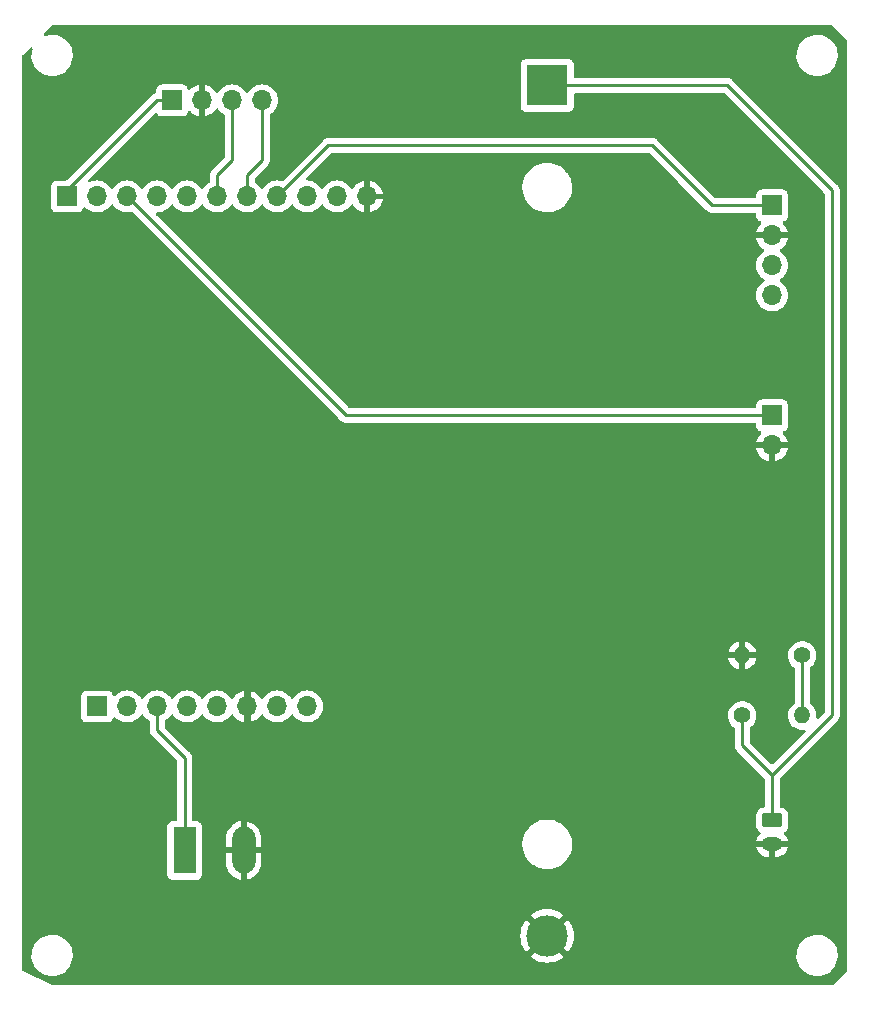
<source format=gbr>
%TF.GenerationSoftware,KiCad,Pcbnew,(6.0.5-0)*%
%TF.CreationDate,2022-06-27T06:58:03-05:00*%
%TF.ProjectId,Hydra Base,48796472-6120-4426-9173-652e6b696361,rev?*%
%TF.SameCoordinates,Original*%
%TF.FileFunction,Copper,L1,Top*%
%TF.FilePolarity,Positive*%
%FSLAX46Y46*%
G04 Gerber Fmt 4.6, Leading zero omitted, Abs format (unit mm)*
G04 Created by KiCad (PCBNEW (6.0.5-0)) date 2022-06-27 06:58:03*
%MOMM*%
%LPD*%
G01*
G04 APERTURE LIST*
G04 Aperture macros list*
%AMRoundRect*
0 Rectangle with rounded corners*
0 $1 Rounding radius*
0 $2 $3 $4 $5 $6 $7 $8 $9 X,Y pos of 4 corners*
0 Add a 4 corners polygon primitive as box body*
4,1,4,$2,$3,$4,$5,$6,$7,$8,$9,$2,$3,0*
0 Add four circle primitives for the rounded corners*
1,1,$1+$1,$2,$3*
1,1,$1+$1,$4,$5*
1,1,$1+$1,$6,$7*
1,1,$1+$1,$8,$9*
0 Add four rect primitives between the rounded corners*
20,1,$1+$1,$2,$3,$4,$5,0*
20,1,$1+$1,$4,$5,$6,$7,0*
20,1,$1+$1,$6,$7,$8,$9,0*
20,1,$1+$1,$8,$9,$2,$3,0*%
G04 Aperture macros list end*
%TA.AperFunction,ComponentPad*%
%ADD10C,1.400000*%
%TD*%
%TA.AperFunction,ComponentPad*%
%ADD11O,1.400000X1.400000*%
%TD*%
%TA.AperFunction,ComponentPad*%
%ADD12RoundRect,0.250000X-0.625000X0.350000X-0.625000X-0.350000X0.625000X-0.350000X0.625000X0.350000X0*%
%TD*%
%TA.AperFunction,ComponentPad*%
%ADD13O,1.750000X1.200000*%
%TD*%
%TA.AperFunction,ComponentPad*%
%ADD14R,3.500000X3.500000*%
%TD*%
%TA.AperFunction,ComponentPad*%
%ADD15C,3.500000*%
%TD*%
%TA.AperFunction,ComponentPad*%
%ADD16R,1.700000X1.700000*%
%TD*%
%TA.AperFunction,ComponentPad*%
%ADD17O,1.700000X1.700000*%
%TD*%
%TA.AperFunction,ComponentPad*%
%ADD18R,1.980000X3.960000*%
%TD*%
%TA.AperFunction,ComponentPad*%
%ADD19O,1.980000X3.960000*%
%TD*%
%TA.AperFunction,Conductor*%
%ADD20C,0.250000*%
%TD*%
G04 APERTURE END LIST*
D10*
%TO.P,R2,1*%
%TO.N,Net-(U1-Pad4)*%
X200660000Y-99060000D03*
D11*
%TO.P,R2,2*%
%TO.N,GND*%
X195580000Y-99060000D03*
%TD*%
D10*
%TO.P,R1,1*%
%TO.N,Net-(BT1-Pad1)*%
X195580000Y-104140000D03*
D11*
%TO.P,R1,2*%
%TO.N,Net-(U1-Pad4)*%
X200660000Y-104140000D03*
%TD*%
D12*
%TO.P,J4,1,Pin_1*%
%TO.N,Net-(BT1-Pad1)*%
X198120000Y-113030000D03*
D13*
%TO.P,J4,2,Pin_2*%
%TO.N,GND*%
X198120000Y-115030000D03*
%TD*%
D14*
%TO.P,BT1,1,+*%
%TO.N,Net-(BT1-Pad1)*%
X179070000Y-50800000D03*
D15*
%TO.P,BT1,2,-*%
%TO.N,GND*%
X179070000Y-122800000D03*
%TD*%
D16*
%TO.P,U1,1,+3.3V*%
%TO.N,Net-(J1-Pad1)*%
X138430000Y-60200000D03*
D17*
%TO.P,U1,2,IO_26*%
%TO.N,unconnected-(U1-Pad2)*%
X140970000Y-60200000D03*
%TO.P,U1,3,USR_BTN*%
%TO.N,Net-(J3-Pad1)*%
X143510000Y-60200000D03*
%TO.P,U1,4,VBATT*%
%TO.N,Net-(U1-Pad4)*%
X146050000Y-60200000D03*
%TO.P,U1,5,5V_CTRL*%
%TO.N,unconnected-(U1-Pad5)*%
X148590000Y-60200000D03*
%TO.P,U1,6,SCL*%
%TO.N,Net-(U1-Pad6)*%
X151130000Y-60200000D03*
%TO.P,U1,7,SDA*%
%TO.N,Net-(U1-Pad7)*%
X153670000Y-60200000D03*
%TO.P,U1,8,GPS_PWR*%
%TO.N,Net-(U1-Pad8)*%
X156210000Y-60200000D03*
%TO.P,U1,9,GPS_RX*%
%TO.N,Net-(U1-Pad9)*%
X158750000Y-60200000D03*
%TO.P,U1,10,GPS_TX*%
%TO.N,Net-(U1-Pad10)*%
X161290000Y-60200000D03*
%TO.P,U1,11,GND*%
%TO.N,GND*%
X163830000Y-60200000D03*
D16*
%TO.P,U1,12,DTR*%
%TO.N,unconnected-(U1-Pad12)*%
X140970000Y-103380000D03*
D17*
%TO.P,U1,13,RTS*%
%TO.N,unconnected-(U1-Pad13)*%
X143510000Y-103380000D03*
%TO.P,U1,14,+5V*%
%TO.N,+5V*%
X146050000Y-103380000D03*
%TO.P,U1,15,ESP32_RX*%
%TO.N,unconnected-(U1-Pad15)*%
X148590000Y-103380000D03*
%TO.P,U1,16,ESP32_TX*%
%TO.N,unconnected-(U1-Pad16)*%
X151130000Y-103380000D03*
%TO.P,U1,17,GND*%
%TO.N,GND*%
X153670000Y-103380000D03*
%TO.P,U1,18,EN*%
%TO.N,unconnected-(U1-Pad18)*%
X156210000Y-103380000D03*
%TO.P,U1,19,IO_0*%
%TO.N,unconnected-(U1-Pad19)*%
X158750000Y-103380000D03*
%TD*%
D16*
%TO.P,J5,1,Pin_1*%
%TO.N,Net-(U1-Pad8)*%
X198120000Y-60960000D03*
D17*
%TO.P,J5,2,Pin_2*%
%TO.N,GND*%
X198120000Y-63500000D03*
%TO.P,J5,3,Pin_3*%
%TO.N,Net-(U1-Pad9)*%
X198120000Y-66040000D03*
%TO.P,J5,4,Pin_4*%
%TO.N,Net-(U1-Pad10)*%
X198120000Y-68580000D03*
%TD*%
D16*
%TO.P,J3,1,Pin_1*%
%TO.N,Net-(J3-Pad1)*%
X198120000Y-78740000D03*
D17*
%TO.P,J3,2,Pin_2*%
%TO.N,GND*%
X198120000Y-81280000D03*
%TD*%
D18*
%TO.P,J2,1,Pin_1*%
%TO.N,+5V*%
X148365000Y-115570000D03*
D19*
%TO.P,J2,2,Pin_2*%
%TO.N,GND*%
X153365000Y-115570000D03*
%TD*%
D16*
%TO.P,J1,1,Pin_1*%
%TO.N,Net-(J1-Pad1)*%
X147320000Y-52070000D03*
D17*
%TO.P,J1,2,Pin_2*%
%TO.N,GND*%
X149860000Y-52070000D03*
%TO.P,J1,3,Pin_3*%
%TO.N,Net-(U1-Pad6)*%
X152400000Y-52070000D03*
%TO.P,J1,4,Pin_4*%
%TO.N,Net-(U1-Pad7)*%
X154940000Y-52070000D03*
%TD*%
D20*
%TO.N,Net-(U1-Pad4)*%
X200660000Y-104140000D02*
X200660000Y-99060000D01*
%TO.N,Net-(BT1-Pad1)*%
X195580000Y-106680000D02*
X198120000Y-109220000D01*
X195580000Y-104140000D02*
X195580000Y-106680000D01*
X203200000Y-59690000D02*
X203200000Y-104140000D01*
X203200000Y-104140000D02*
X198120000Y-109220000D01*
X179070000Y-50800000D02*
X194310000Y-50800000D01*
X194310000Y-50800000D02*
X203200000Y-59690000D01*
X198120000Y-113030000D02*
X198120000Y-109220000D01*
%TO.N,Net-(U1-Pad8)*%
X156210000Y-60200000D02*
X160530000Y-55880000D01*
X160530000Y-55880000D02*
X187960000Y-55880000D01*
X187960000Y-55880000D02*
X193040000Y-60960000D01*
X193040000Y-60960000D02*
X198120000Y-60960000D01*
%TO.N,Net-(J3-Pad1)*%
X198120000Y-78740000D02*
X162050000Y-78740000D01*
X162050000Y-78740000D02*
X143510000Y-60200000D01*
%TO.N,Net-(U1-Pad7)*%
X153670000Y-58420000D02*
X154940000Y-57150000D01*
X153670000Y-60200000D02*
X153670000Y-58420000D01*
X154940000Y-57150000D02*
X154940000Y-52070000D01*
%TO.N,Net-(U1-Pad6)*%
X152400000Y-57150000D02*
X151130000Y-58420000D01*
X152400000Y-52070000D02*
X152400000Y-57150000D01*
X151130000Y-58420000D02*
X151130000Y-60200000D01*
%TO.N,Net-(J1-Pad1)*%
X138430000Y-59690000D02*
X146050000Y-52070000D01*
X138430000Y-60200000D02*
X138430000Y-59690000D01*
X146050000Y-52070000D02*
X147320000Y-52070000D01*
%TO.N,+5V*%
X148365000Y-107725000D02*
X146050000Y-105410000D01*
X148365000Y-115570000D02*
X148365000Y-107725000D01*
X146050000Y-105410000D02*
X146050000Y-103380000D01*
%TD*%
%TA.AperFunction,Conductor*%
%TO.N,GND*%
G36*
X203215931Y-45740002D02*
G01*
X203236905Y-45756905D01*
X204433095Y-46953095D01*
X204467121Y-47015407D01*
X204470000Y-47042190D01*
X204470000Y-125677810D01*
X204449998Y-125745931D01*
X204433095Y-125766905D01*
X203236905Y-126963095D01*
X203174593Y-126997121D01*
X203147810Y-127000000D01*
X137189745Y-127000000D01*
X137133396Y-126986698D01*
X134689650Y-125764825D01*
X134637667Y-125716471D01*
X134620000Y-125652128D01*
X134620000Y-124567165D01*
X135407866Y-124567165D01*
X135442952Y-124824970D01*
X135515758Y-125074757D01*
X135624686Y-125311039D01*
X135627246Y-125314944D01*
X135627249Y-125314949D01*
X135764775Y-125524712D01*
X135764779Y-125524717D01*
X135767341Y-125528625D01*
X135940591Y-125722735D01*
X136140629Y-125889105D01*
X136363061Y-126024080D01*
X136367375Y-126025889D01*
X136367377Y-126025890D01*
X136598686Y-126122886D01*
X136598691Y-126122888D01*
X136603001Y-126124695D01*
X136607533Y-126125846D01*
X136607536Y-126125847D01*
X136732815Y-126157663D01*
X136855177Y-126188739D01*
X137071286Y-126210500D01*
X137226044Y-126210500D01*
X137228369Y-126210327D01*
X137228375Y-126210327D01*
X137414814Y-126196472D01*
X137414818Y-126196471D01*
X137419466Y-126196126D01*
X137673232Y-126138705D01*
X137677586Y-126137012D01*
X137911370Y-126046098D01*
X137911372Y-126046097D01*
X137915723Y-126044405D01*
X137951285Y-126024080D01*
X138000050Y-125996208D01*
X138141612Y-125915299D01*
X138345936Y-125754223D01*
X138524208Y-125564714D01*
X138672511Y-125350937D01*
X138674579Y-125346744D01*
X138785521Y-125121775D01*
X138785522Y-125121772D01*
X138787586Y-125117587D01*
X138866906Y-124869792D01*
X138908728Y-124612994D01*
X138909306Y-124568856D01*
X177666601Y-124568856D01*
X177673059Y-124578216D01*
X177689361Y-124592512D01*
X177695901Y-124597530D01*
X177935144Y-124757387D01*
X177942281Y-124761508D01*
X178200349Y-124888772D01*
X178207953Y-124891922D01*
X178480420Y-124984412D01*
X178488383Y-124986546D01*
X178770600Y-125042683D01*
X178778751Y-125043756D01*
X179065881Y-125062575D01*
X179074119Y-125062575D01*
X179361249Y-125043756D01*
X179369400Y-125042683D01*
X179651617Y-124986546D01*
X179659580Y-124984412D01*
X179932047Y-124891922D01*
X179939651Y-124888772D01*
X180197719Y-124761508D01*
X180204856Y-124757387D01*
X180444099Y-124597530D01*
X180450639Y-124592512D01*
X180465074Y-124579853D01*
X180473122Y-124567165D01*
X200177866Y-124567165D01*
X200212952Y-124824970D01*
X200285758Y-125074757D01*
X200394686Y-125311039D01*
X200397246Y-125314944D01*
X200397249Y-125314949D01*
X200534775Y-125524712D01*
X200534779Y-125524717D01*
X200537341Y-125528625D01*
X200710591Y-125722735D01*
X200910629Y-125889105D01*
X201133061Y-126024080D01*
X201137375Y-126025889D01*
X201137377Y-126025890D01*
X201368686Y-126122886D01*
X201368691Y-126122888D01*
X201373001Y-126124695D01*
X201377533Y-126125846D01*
X201377536Y-126125847D01*
X201502815Y-126157663D01*
X201625177Y-126188739D01*
X201841286Y-126210500D01*
X201996044Y-126210500D01*
X201998369Y-126210327D01*
X201998375Y-126210327D01*
X202184814Y-126196472D01*
X202184818Y-126196471D01*
X202189466Y-126196126D01*
X202443232Y-126138705D01*
X202447586Y-126137012D01*
X202681370Y-126046098D01*
X202681372Y-126046097D01*
X202685723Y-126044405D01*
X202721285Y-126024080D01*
X202770050Y-125996208D01*
X202911612Y-125915299D01*
X203115936Y-125754223D01*
X203294208Y-125564714D01*
X203442511Y-125350937D01*
X203444579Y-125346744D01*
X203555521Y-125121775D01*
X203555522Y-125121772D01*
X203557586Y-125117587D01*
X203636906Y-124869792D01*
X203678728Y-124612994D01*
X203682134Y-124352835D01*
X203647048Y-124095030D01*
X203574242Y-123845243D01*
X203465314Y-123608961D01*
X203436637Y-123565221D01*
X203325225Y-123395288D01*
X203325221Y-123395283D01*
X203322659Y-123391375D01*
X203149409Y-123197265D01*
X202949371Y-123030895D01*
X202726939Y-122895920D01*
X202722623Y-122894110D01*
X202491314Y-122797114D01*
X202491309Y-122797112D01*
X202486999Y-122795305D01*
X202482467Y-122794154D01*
X202482464Y-122794153D01*
X202357185Y-122762337D01*
X202234823Y-122731261D01*
X202018714Y-122709500D01*
X201863956Y-122709500D01*
X201861631Y-122709673D01*
X201861625Y-122709673D01*
X201675186Y-122723528D01*
X201675182Y-122723529D01*
X201670534Y-122723874D01*
X201416768Y-122781295D01*
X201412416Y-122782987D01*
X201412414Y-122782988D01*
X201178630Y-122873902D01*
X201178628Y-122873903D01*
X201174277Y-122875595D01*
X201170223Y-122877912D01*
X201170221Y-122877913D01*
X201134467Y-122898348D01*
X200948388Y-123004701D01*
X200744064Y-123165777D01*
X200565792Y-123355286D01*
X200417489Y-123569063D01*
X200415423Y-123573253D01*
X200415421Y-123573256D01*
X200367885Y-123669651D01*
X200302414Y-123802413D01*
X200223094Y-124050208D01*
X200181272Y-124307006D01*
X200177866Y-124567165D01*
X180473122Y-124567165D01*
X180473472Y-124566614D01*
X180467638Y-124556849D01*
X179082810Y-123172020D01*
X179068869Y-123164408D01*
X179067034Y-123164539D01*
X179060420Y-123168790D01*
X177674116Y-124555095D01*
X177666601Y-124568856D01*
X138909306Y-124568856D01*
X138912134Y-124352835D01*
X138877048Y-124095030D01*
X138804242Y-123845243D01*
X138695314Y-123608961D01*
X138666637Y-123565221D01*
X138555225Y-123395288D01*
X138555221Y-123395283D01*
X138552659Y-123391375D01*
X138379409Y-123197265D01*
X138179371Y-123030895D01*
X137956939Y-122895920D01*
X137952623Y-122894110D01*
X137738019Y-122804119D01*
X176807425Y-122804119D01*
X176826244Y-123091249D01*
X176827317Y-123099400D01*
X176883454Y-123381617D01*
X176885588Y-123389580D01*
X176978078Y-123662047D01*
X176981228Y-123669651D01*
X177108492Y-123927718D01*
X177112613Y-123934855D01*
X177272470Y-124174099D01*
X177277488Y-124180639D01*
X177290147Y-124195074D01*
X177303386Y-124203472D01*
X177313151Y-124197638D01*
X178697980Y-122812810D01*
X178704357Y-122801131D01*
X179434408Y-122801131D01*
X179434539Y-122802966D01*
X179438790Y-122809580D01*
X180825095Y-124195884D01*
X180838856Y-124203399D01*
X180848216Y-124196941D01*
X180862512Y-124180639D01*
X180867530Y-124174099D01*
X181027387Y-123934855D01*
X181031508Y-123927718D01*
X181158772Y-123669651D01*
X181161922Y-123662047D01*
X181254412Y-123389580D01*
X181256546Y-123381617D01*
X181312683Y-123099400D01*
X181313756Y-123091249D01*
X181332575Y-122804119D01*
X181332575Y-122795881D01*
X181313756Y-122508751D01*
X181312683Y-122500600D01*
X181256546Y-122218383D01*
X181254412Y-122210420D01*
X181161922Y-121937953D01*
X181158772Y-121930349D01*
X181031508Y-121672282D01*
X181027387Y-121665145D01*
X180867530Y-121425901D01*
X180862512Y-121419361D01*
X180849853Y-121404926D01*
X180836614Y-121396528D01*
X180826849Y-121402362D01*
X179442020Y-122787190D01*
X179434408Y-122801131D01*
X178704357Y-122801131D01*
X178705592Y-122798869D01*
X178705461Y-122797034D01*
X178701210Y-122790420D01*
X177314905Y-121404116D01*
X177301144Y-121396601D01*
X177291784Y-121403059D01*
X177277488Y-121419361D01*
X177272470Y-121425901D01*
X177112613Y-121665145D01*
X177108492Y-121672282D01*
X176981228Y-121930349D01*
X176978078Y-121937953D01*
X176885588Y-122210420D01*
X176883454Y-122218383D01*
X176827317Y-122500600D01*
X176826244Y-122508751D01*
X176807425Y-122795881D01*
X176807425Y-122804119D01*
X137738019Y-122804119D01*
X137721314Y-122797114D01*
X137721309Y-122797112D01*
X137716999Y-122795305D01*
X137712467Y-122794154D01*
X137712464Y-122794153D01*
X137587185Y-122762337D01*
X137464823Y-122731261D01*
X137248714Y-122709500D01*
X137093956Y-122709500D01*
X137091631Y-122709673D01*
X137091625Y-122709673D01*
X136905186Y-122723528D01*
X136905182Y-122723529D01*
X136900534Y-122723874D01*
X136646768Y-122781295D01*
X136642416Y-122782987D01*
X136642414Y-122782988D01*
X136408630Y-122873902D01*
X136408628Y-122873903D01*
X136404277Y-122875595D01*
X136400223Y-122877912D01*
X136400221Y-122877913D01*
X136364467Y-122898348D01*
X136178388Y-123004701D01*
X135974064Y-123165777D01*
X135795792Y-123355286D01*
X135647489Y-123569063D01*
X135645423Y-123573253D01*
X135645421Y-123573256D01*
X135597885Y-123669651D01*
X135532414Y-123802413D01*
X135453094Y-124050208D01*
X135411272Y-124307006D01*
X135407866Y-124567165D01*
X134620000Y-124567165D01*
X134620000Y-121033386D01*
X177666528Y-121033386D01*
X177672362Y-121043151D01*
X179057190Y-122427980D01*
X179071131Y-122435592D01*
X179072966Y-122435461D01*
X179079580Y-122431210D01*
X180465884Y-121044905D01*
X180473399Y-121031144D01*
X180466941Y-121021784D01*
X180450639Y-121007488D01*
X180444099Y-121002470D01*
X180204856Y-120842613D01*
X180197719Y-120838492D01*
X179939651Y-120711228D01*
X179932047Y-120708078D01*
X179659580Y-120615588D01*
X179651617Y-120613454D01*
X179369400Y-120557317D01*
X179361249Y-120556244D01*
X179074119Y-120537425D01*
X179065881Y-120537425D01*
X178778751Y-120556244D01*
X178770600Y-120557317D01*
X178488383Y-120613454D01*
X178480420Y-120615588D01*
X178207953Y-120708078D01*
X178200349Y-120711228D01*
X177942282Y-120838492D01*
X177935145Y-120842613D01*
X177695901Y-121002470D01*
X177689361Y-121007488D01*
X177674926Y-121020147D01*
X177666528Y-121033386D01*
X134620000Y-121033386D01*
X134620000Y-102482623D01*
X139619500Y-102482623D01*
X139619501Y-104277376D01*
X139619870Y-104280770D01*
X139619870Y-104280776D01*
X139622835Y-104308066D01*
X139626149Y-104338580D01*
X139676474Y-104472824D01*
X139681854Y-104480003D01*
X139681856Y-104480006D01*
X139737665Y-104554471D01*
X139762454Y-104587546D01*
X139769635Y-104592928D01*
X139869994Y-104668144D01*
X139869997Y-104668146D01*
X139877176Y-104673526D01*
X139920468Y-104689755D01*
X140004025Y-104721079D01*
X140004027Y-104721079D01*
X140011420Y-104723851D01*
X140019270Y-104724704D01*
X140019271Y-104724704D01*
X140069217Y-104730130D01*
X140072623Y-104730500D01*
X140969868Y-104730500D01*
X141867376Y-104730499D01*
X141870770Y-104730130D01*
X141870776Y-104730130D01*
X141920722Y-104724705D01*
X141920726Y-104724704D01*
X141928580Y-104723851D01*
X142062824Y-104673526D01*
X142070003Y-104668146D01*
X142070006Y-104668144D01*
X142170365Y-104592928D01*
X142177546Y-104587546D01*
X142202335Y-104554471D01*
X142258144Y-104480006D01*
X142258146Y-104480003D01*
X142263526Y-104472824D01*
X142282709Y-104421654D01*
X142301288Y-104372092D01*
X142311912Y-104343752D01*
X142354553Y-104286987D01*
X142421114Y-104262286D01*
X142490463Y-104277493D01*
X142518989Y-104298885D01*
X142638599Y-104418495D01*
X142643107Y-104421652D01*
X142643110Y-104421654D01*
X142827661Y-104550878D01*
X142832170Y-104554035D01*
X142837152Y-104556358D01*
X142837157Y-104556361D01*
X143041355Y-104651580D01*
X143046337Y-104653903D01*
X143051645Y-104655325D01*
X143051647Y-104655326D01*
X143269277Y-104713639D01*
X143274592Y-104715063D01*
X143510000Y-104735659D01*
X143745408Y-104715063D01*
X143750723Y-104713639D01*
X143968353Y-104655326D01*
X143968355Y-104655325D01*
X143973663Y-104653903D01*
X143978645Y-104651580D01*
X144182843Y-104556361D01*
X144182848Y-104556358D01*
X144187830Y-104554035D01*
X144192339Y-104550878D01*
X144376890Y-104421654D01*
X144376893Y-104421652D01*
X144381401Y-104418495D01*
X144548495Y-104251401D01*
X144676787Y-104068180D01*
X144732244Y-104023851D01*
X144802863Y-104016542D01*
X144866224Y-104048572D01*
X144883212Y-104068179D01*
X145011505Y-104251401D01*
X145178599Y-104418495D01*
X145183107Y-104421652D01*
X145183110Y-104421654D01*
X145248157Y-104467200D01*
X145370772Y-104553056D01*
X145415099Y-104608512D01*
X145424500Y-104656268D01*
X145424500Y-105332297D01*
X145423983Y-105343257D01*
X145422327Y-105350667D01*
X145422576Y-105358593D01*
X145422576Y-105358594D01*
X145424438Y-105417841D01*
X145424500Y-105421799D01*
X145424500Y-105449350D01*
X145424996Y-105453273D01*
X145425003Y-105453388D01*
X145425923Y-105465068D01*
X145427291Y-105508627D01*
X145432836Y-105527712D01*
X145436844Y-105547062D01*
X145439336Y-105566792D01*
X145455384Y-105607323D01*
X145459219Y-105618524D01*
X145471382Y-105660390D01*
X145481498Y-105677494D01*
X145490195Y-105695245D01*
X145497514Y-105713732D01*
X145523129Y-105748988D01*
X145529646Y-105758910D01*
X145547790Y-105789590D01*
X145547793Y-105789594D01*
X145551830Y-105796420D01*
X145565880Y-105810470D01*
X145578721Y-105825504D01*
X145590406Y-105841587D01*
X145596514Y-105846640D01*
X145623989Y-105869369D01*
X145632769Y-105877359D01*
X147702595Y-107947186D01*
X147736621Y-108009498D01*
X147739500Y-108036281D01*
X147739500Y-112963501D01*
X147719498Y-113031622D01*
X147665842Y-113078115D01*
X147613500Y-113089501D01*
X147327624Y-113089501D01*
X147324230Y-113089870D01*
X147324224Y-113089870D01*
X147274278Y-113095295D01*
X147274274Y-113095296D01*
X147266420Y-113096149D01*
X147132176Y-113146474D01*
X147124997Y-113151854D01*
X147124994Y-113151856D01*
X147024635Y-113227072D01*
X147017454Y-113232454D01*
X147012072Y-113239635D01*
X146936856Y-113339994D01*
X146936854Y-113339997D01*
X146931474Y-113347176D01*
X146881149Y-113481420D01*
X146874500Y-113542623D01*
X146874501Y-117597376D01*
X146881149Y-117658580D01*
X146931474Y-117792824D01*
X146936854Y-117800003D01*
X146936856Y-117800006D01*
X146947713Y-117814492D01*
X147017454Y-117907546D01*
X147024635Y-117912928D01*
X147124994Y-117988144D01*
X147124997Y-117988146D01*
X147132176Y-117993526D01*
X147210783Y-118022994D01*
X147259025Y-118041079D01*
X147259027Y-118041079D01*
X147266420Y-118043851D01*
X147274270Y-118044704D01*
X147274271Y-118044704D01*
X147324217Y-118050130D01*
X147327623Y-118050500D01*
X148364848Y-118050500D01*
X149402376Y-118050499D01*
X149405770Y-118050130D01*
X149405776Y-118050130D01*
X149455722Y-118044705D01*
X149455726Y-118044704D01*
X149463580Y-118043851D01*
X149597824Y-117993526D01*
X149605003Y-117988146D01*
X149605006Y-117988144D01*
X149705365Y-117912928D01*
X149712546Y-117907546D01*
X149782287Y-117814492D01*
X149793144Y-117800006D01*
X149793146Y-117800003D01*
X149798526Y-117792824D01*
X149848851Y-117658580D01*
X149855500Y-117597377D01*
X149855500Y-116619857D01*
X151867000Y-116619857D01*
X151867212Y-116625030D01*
X151881626Y-116800350D01*
X151883309Y-116810512D01*
X151940800Y-117039396D01*
X151944121Y-117049151D01*
X152038218Y-117265557D01*
X152043096Y-117274655D01*
X152171273Y-117472787D01*
X152177563Y-117480956D01*
X152336387Y-117655501D01*
X152343920Y-117662526D01*
X152529120Y-117808787D01*
X152537707Y-117814492D01*
X152744297Y-117928536D01*
X152753709Y-117932766D01*
X152976156Y-118011539D01*
X152986127Y-118014173D01*
X153093163Y-118033239D01*
X153106460Y-118031779D01*
X153110591Y-118018534D01*
X153619000Y-118018534D01*
X153622918Y-118031878D01*
X153637194Y-118033865D01*
X153708236Y-118022994D01*
X153718263Y-118020605D01*
X153942570Y-117947291D01*
X153952079Y-117943294D01*
X154161395Y-117834331D01*
X154170120Y-117828837D01*
X154358835Y-117687146D01*
X154366542Y-117680303D01*
X154529584Y-117509690D01*
X154536067Y-117501684D01*
X154669057Y-117306726D01*
X154674143Y-117297774D01*
X154773506Y-117083715D01*
X154777060Y-117074055D01*
X154840130Y-116846631D01*
X154842057Y-116836527D01*
X154862644Y-116643898D01*
X154863000Y-116637206D01*
X154863000Y-115842115D01*
X154858525Y-115826876D01*
X154857135Y-115825671D01*
X154849452Y-115824000D01*
X153637115Y-115824000D01*
X153621876Y-115828475D01*
X153620671Y-115829865D01*
X153619000Y-115837548D01*
X153619000Y-118018534D01*
X153110591Y-118018534D01*
X153111000Y-118017222D01*
X153111000Y-115842115D01*
X153106525Y-115826876D01*
X153105135Y-115825671D01*
X153097452Y-115824000D01*
X151885115Y-115824000D01*
X151869876Y-115828475D01*
X151868671Y-115829865D01*
X151867000Y-115837548D01*
X151867000Y-116619857D01*
X149855500Y-116619857D01*
X149855499Y-115297885D01*
X151867000Y-115297885D01*
X151871475Y-115313124D01*
X151872865Y-115314329D01*
X151880548Y-115316000D01*
X153092885Y-115316000D01*
X153108124Y-115311525D01*
X153109329Y-115310135D01*
X153111000Y-115302452D01*
X153111000Y-115297885D01*
X153619000Y-115297885D01*
X153623475Y-115313124D01*
X153624865Y-115314329D01*
X153632548Y-115316000D01*
X154844885Y-115316000D01*
X154860124Y-115311525D01*
X154861329Y-115310135D01*
X154863000Y-115302452D01*
X154863000Y-115187200D01*
X176968747Y-115187200D01*
X176969306Y-115191444D01*
X176969306Y-115191448D01*
X176981491Y-115284000D01*
X177006129Y-115471149D01*
X177081702Y-115747398D01*
X177083386Y-115751346D01*
X177149667Y-115906738D01*
X177194068Y-116010835D01*
X177341146Y-116256585D01*
X177520215Y-116480100D01*
X177727962Y-116677245D01*
X177960543Y-116844371D01*
X178213653Y-116978386D01*
X178237870Y-116987248D01*
X178475082Y-117074055D01*
X178482610Y-117076810D01*
X178762436Y-117137822D01*
X178801901Y-117140928D01*
X178984597Y-117155307D01*
X178984604Y-117155307D01*
X178987053Y-117155500D01*
X179141992Y-117155500D01*
X179144128Y-117155354D01*
X179144139Y-117155354D01*
X179351460Y-117141220D01*
X179351466Y-117141219D01*
X179355737Y-117140928D01*
X179359932Y-117140059D01*
X179359934Y-117140059D01*
X179495962Y-117111889D01*
X179636186Y-117082850D01*
X179906158Y-116987248D01*
X180160658Y-116855891D01*
X180164159Y-116853430D01*
X180164163Y-116853428D01*
X180391471Y-116693673D01*
X180391477Y-116693668D01*
X180394976Y-116691209D01*
X180604776Y-116496251D01*
X180615575Y-116483058D01*
X180783461Y-116277941D01*
X180786177Y-116274623D01*
X180935820Y-116030427D01*
X180942802Y-116014522D01*
X181049214Y-115772110D01*
X181049215Y-115772106D01*
X181050938Y-115768182D01*
X181129400Y-115492739D01*
X181157201Y-115297399D01*
X196769712Y-115297399D01*
X196791194Y-115386537D01*
X196795083Y-115397832D01*
X196877629Y-115579382D01*
X196883576Y-115589724D01*
X196998968Y-115752397D01*
X197006761Y-115761425D01*
X197150831Y-115899342D01*
X197160196Y-115906738D01*
X197327741Y-116014921D01*
X197338345Y-116020417D01*
X197523312Y-116094961D01*
X197534770Y-116098355D01*
X197731928Y-116136857D01*
X197740791Y-116137934D01*
X197743500Y-116138000D01*
X197847885Y-116138000D01*
X197863124Y-116133525D01*
X197864329Y-116132135D01*
X197866000Y-116124452D01*
X197866000Y-116119885D01*
X198374000Y-116119885D01*
X198378475Y-116135124D01*
X198379865Y-116136329D01*
X198387548Y-116138000D01*
X198444832Y-116138000D01*
X198450808Y-116137715D01*
X198599494Y-116123529D01*
X198611228Y-116121270D01*
X198802599Y-116065128D01*
X198813675Y-116060698D01*
X198990978Y-115969381D01*
X199001024Y-115962931D01*
X199157857Y-115839738D01*
X199166506Y-115831501D01*
X199297212Y-115680877D01*
X199304147Y-115671153D01*
X199404010Y-115498533D01*
X199408984Y-115487669D01*
X199474407Y-115299273D01*
X199474648Y-115298284D01*
X199473180Y-115287992D01*
X199459615Y-115284000D01*
X198392115Y-115284000D01*
X198376876Y-115288475D01*
X198375671Y-115289865D01*
X198374000Y-115297548D01*
X198374000Y-116119885D01*
X197866000Y-116119885D01*
X197866000Y-115302115D01*
X197861525Y-115286876D01*
X197860135Y-115285671D01*
X197852452Y-115284000D01*
X196784598Y-115284000D01*
X196771067Y-115287973D01*
X196769712Y-115297399D01*
X181157201Y-115297399D01*
X181169754Y-115209196D01*
X181171253Y-114922800D01*
X181167798Y-114896552D01*
X181149916Y-114760727D01*
X181133871Y-114638851D01*
X181058298Y-114362602D01*
X181030988Y-114298575D01*
X180947618Y-114103117D01*
X180947616Y-114103113D01*
X180945932Y-114099165D01*
X180798854Y-113853415D01*
X180795594Y-113849345D01*
X180622475Y-113633258D01*
X180619785Y-113629900D01*
X180459162Y-113477474D01*
X180415147Y-113435705D01*
X180415144Y-113435703D01*
X180412038Y-113432755D01*
X180179457Y-113265629D01*
X179926347Y-113131614D01*
X179657390Y-113033190D01*
X179377564Y-112972178D01*
X179334389Y-112968780D01*
X179155403Y-112954693D01*
X179155396Y-112954693D01*
X179152947Y-112954500D01*
X178998008Y-112954500D01*
X178995872Y-112954646D01*
X178995861Y-112954646D01*
X178788540Y-112968780D01*
X178788534Y-112968781D01*
X178784263Y-112969072D01*
X178780068Y-112969941D01*
X178780066Y-112969941D01*
X178644038Y-112998111D01*
X178503814Y-113027150D01*
X178233842Y-113122752D01*
X177979342Y-113254109D01*
X177975841Y-113256570D01*
X177975837Y-113256572D01*
X177748529Y-113416327D01*
X177748523Y-113416332D01*
X177745024Y-113418791D01*
X177708368Y-113452854D01*
X177608088Y-113546040D01*
X177535224Y-113613749D01*
X177532510Y-113617065D01*
X177532507Y-113617068D01*
X177521669Y-113630310D01*
X177353823Y-113835377D01*
X177204180Y-114079573D01*
X177202453Y-114083507D01*
X177202452Y-114083509D01*
X177094475Y-114329488D01*
X177089062Y-114341818D01*
X177010600Y-114617261D01*
X176970246Y-114900804D01*
X176968747Y-115187200D01*
X154863000Y-115187200D01*
X154863000Y-114520143D01*
X154862788Y-114514970D01*
X154848374Y-114339650D01*
X154846691Y-114329488D01*
X154789200Y-114100604D01*
X154785879Y-114090849D01*
X154691782Y-113874443D01*
X154686904Y-113865345D01*
X154558727Y-113667213D01*
X154552437Y-113659044D01*
X154393613Y-113484499D01*
X154386080Y-113477474D01*
X154200880Y-113331213D01*
X154192293Y-113325508D01*
X153985703Y-113211464D01*
X153976291Y-113207234D01*
X153753844Y-113128461D01*
X153743873Y-113125827D01*
X153636837Y-113106761D01*
X153623540Y-113108221D01*
X153619000Y-113122778D01*
X153619000Y-115297885D01*
X153111000Y-115297885D01*
X153111000Y-113121466D01*
X153107082Y-113108122D01*
X153092806Y-113106135D01*
X153021764Y-113117006D01*
X153011737Y-113119395D01*
X152787430Y-113192709D01*
X152777921Y-113196706D01*
X152568605Y-113305669D01*
X152559880Y-113311163D01*
X152371165Y-113452854D01*
X152363458Y-113459697D01*
X152200416Y-113630310D01*
X152193933Y-113638316D01*
X152060943Y-113833274D01*
X152055857Y-113842226D01*
X151956494Y-114056285D01*
X151952940Y-114065945D01*
X151889870Y-114293369D01*
X151887943Y-114303473D01*
X151867356Y-114496102D01*
X151867000Y-114502794D01*
X151867000Y-115297885D01*
X149855499Y-115297885D01*
X149855499Y-113542624D01*
X149854619Y-113534519D01*
X149849705Y-113489278D01*
X149849704Y-113489274D01*
X149848851Y-113481420D01*
X149798526Y-113347176D01*
X149793146Y-113339997D01*
X149793144Y-113339994D01*
X149717928Y-113239635D01*
X149712546Y-113232454D01*
X149705365Y-113227072D01*
X149605006Y-113151856D01*
X149605003Y-113151854D01*
X149597824Y-113146474D01*
X149495783Y-113108221D01*
X149470975Y-113098921D01*
X149470973Y-113098921D01*
X149463580Y-113096149D01*
X149455730Y-113095296D01*
X149455729Y-113095296D01*
X149405774Y-113089869D01*
X149405773Y-113089869D01*
X149402377Y-113089500D01*
X149116500Y-113089500D01*
X149048379Y-113069498D01*
X149001886Y-113015842D01*
X148990500Y-112963500D01*
X148990500Y-107802698D01*
X148991017Y-107791737D01*
X148992672Y-107784332D01*
X148990562Y-107717176D01*
X148990500Y-107713219D01*
X148990500Y-107685650D01*
X148990003Y-107681715D01*
X148989996Y-107681605D01*
X148989078Y-107669934D01*
X148987958Y-107634296D01*
X148987709Y-107626372D01*
X148985497Y-107618759D01*
X148985496Y-107618752D01*
X148982164Y-107607282D01*
X148978155Y-107587926D01*
X148976657Y-107576071D01*
X148975664Y-107568208D01*
X148972747Y-107560842D01*
X148972746Y-107560836D01*
X148959619Y-107527683D01*
X148955773Y-107516450D01*
X148945829Y-107482220D01*
X148945826Y-107482213D01*
X148943617Y-107474610D01*
X148939586Y-107467794D01*
X148939585Y-107467791D01*
X148933501Y-107457504D01*
X148924805Y-107439752D01*
X148920406Y-107428643D01*
X148917486Y-107421268D01*
X148912825Y-107414853D01*
X148912823Y-107414849D01*
X148891873Y-107386013D01*
X148885357Y-107376094D01*
X148867206Y-107345402D01*
X148867202Y-107345397D01*
X148863170Y-107338579D01*
X148849117Y-107324526D01*
X148836276Y-107309492D01*
X148829254Y-107299827D01*
X148824594Y-107293413D01*
X148791016Y-107265635D01*
X148782236Y-107257645D01*
X146712405Y-105187814D01*
X146678379Y-105125502D01*
X146675500Y-105098719D01*
X146675500Y-104656268D01*
X146695502Y-104588147D01*
X146729228Y-104553056D01*
X146851843Y-104467200D01*
X146916890Y-104421654D01*
X146916893Y-104421652D01*
X146921401Y-104418495D01*
X147088495Y-104251401D01*
X147216787Y-104068180D01*
X147272244Y-104023851D01*
X147342863Y-104016542D01*
X147406224Y-104048572D01*
X147423212Y-104068179D01*
X147551505Y-104251401D01*
X147718599Y-104418495D01*
X147723107Y-104421652D01*
X147723110Y-104421654D01*
X147907661Y-104550878D01*
X147912170Y-104554035D01*
X147917152Y-104556358D01*
X147917157Y-104556361D01*
X148121355Y-104651580D01*
X148126337Y-104653903D01*
X148131645Y-104655325D01*
X148131647Y-104655326D01*
X148349277Y-104713639D01*
X148354592Y-104715063D01*
X148590000Y-104735659D01*
X148825408Y-104715063D01*
X148830723Y-104713639D01*
X149048353Y-104655326D01*
X149048355Y-104655325D01*
X149053663Y-104653903D01*
X149058645Y-104651580D01*
X149262843Y-104556361D01*
X149262848Y-104556358D01*
X149267830Y-104554035D01*
X149272339Y-104550878D01*
X149456890Y-104421654D01*
X149456893Y-104421652D01*
X149461401Y-104418495D01*
X149628495Y-104251401D01*
X149756787Y-104068180D01*
X149812244Y-104023851D01*
X149882863Y-104016542D01*
X149946224Y-104048572D01*
X149963212Y-104068179D01*
X150091505Y-104251401D01*
X150258599Y-104418495D01*
X150263107Y-104421652D01*
X150263110Y-104421654D01*
X150447661Y-104550878D01*
X150452170Y-104554035D01*
X150457152Y-104556358D01*
X150457157Y-104556361D01*
X150661355Y-104651580D01*
X150666337Y-104653903D01*
X150671645Y-104655325D01*
X150671647Y-104655326D01*
X150889277Y-104713639D01*
X150894592Y-104715063D01*
X151130000Y-104735659D01*
X151365408Y-104715063D01*
X151370723Y-104713639D01*
X151588353Y-104655326D01*
X151588355Y-104655325D01*
X151593663Y-104653903D01*
X151598645Y-104651580D01*
X151802843Y-104556361D01*
X151802848Y-104556358D01*
X151807830Y-104554035D01*
X151812339Y-104550878D01*
X151996890Y-104421654D01*
X151996893Y-104421652D01*
X152001401Y-104418495D01*
X152168495Y-104251401D01*
X152294358Y-104071649D01*
X152349814Y-104027322D01*
X152420433Y-104020013D01*
X152483794Y-104052043D01*
X152505003Y-104078086D01*
X152567694Y-104180388D01*
X152573777Y-104188699D01*
X152713213Y-104349667D01*
X152720580Y-104356883D01*
X152884434Y-104492916D01*
X152892881Y-104498831D01*
X153076756Y-104606279D01*
X153086042Y-104610729D01*
X153285001Y-104686703D01*
X153294898Y-104689579D01*
X153352249Y-104701247D01*
X153366299Y-104700051D01*
X153369982Y-104689755D01*
X153970000Y-104689755D01*
X153973973Y-104703286D01*
X153981617Y-104704385D01*
X154162250Y-104650192D01*
X154171845Y-104646432D01*
X154363095Y-104552739D01*
X154371945Y-104547464D01*
X154545328Y-104423792D01*
X154553200Y-104417139D01*
X154704052Y-104266812D01*
X154710730Y-104258965D01*
X154835002Y-104086022D01*
X154837003Y-104082692D01*
X154889237Y-104034606D01*
X154959175Y-104022394D01*
X155024613Y-104049931D01*
X155048215Y-104075324D01*
X155171505Y-104251401D01*
X155338599Y-104418495D01*
X155343107Y-104421652D01*
X155343110Y-104421654D01*
X155527661Y-104550878D01*
X155532170Y-104554035D01*
X155537152Y-104556358D01*
X155537157Y-104556361D01*
X155741355Y-104651580D01*
X155746337Y-104653903D01*
X155751645Y-104655325D01*
X155751647Y-104655326D01*
X155969277Y-104713639D01*
X155974592Y-104715063D01*
X156210000Y-104735659D01*
X156445408Y-104715063D01*
X156450723Y-104713639D01*
X156668353Y-104655326D01*
X156668355Y-104655325D01*
X156673663Y-104653903D01*
X156678645Y-104651580D01*
X156882843Y-104556361D01*
X156882848Y-104556358D01*
X156887830Y-104554035D01*
X156892339Y-104550878D01*
X157076890Y-104421654D01*
X157076893Y-104421652D01*
X157081401Y-104418495D01*
X157248495Y-104251401D01*
X157376787Y-104068180D01*
X157432244Y-104023851D01*
X157502863Y-104016542D01*
X157566224Y-104048572D01*
X157583212Y-104068179D01*
X157711505Y-104251401D01*
X157878599Y-104418495D01*
X157883107Y-104421652D01*
X157883110Y-104421654D01*
X158067661Y-104550878D01*
X158072170Y-104554035D01*
X158077152Y-104556358D01*
X158077157Y-104556361D01*
X158281355Y-104651580D01*
X158286337Y-104653903D01*
X158291645Y-104655325D01*
X158291647Y-104655326D01*
X158509277Y-104713639D01*
X158514592Y-104715063D01*
X158750000Y-104735659D01*
X158985408Y-104715063D01*
X158990723Y-104713639D01*
X159208353Y-104655326D01*
X159208355Y-104655325D01*
X159213663Y-104653903D01*
X159218645Y-104651580D01*
X159422843Y-104556361D01*
X159422848Y-104556358D01*
X159427830Y-104554035D01*
X159432339Y-104550878D01*
X159616890Y-104421654D01*
X159616893Y-104421652D01*
X159621401Y-104418495D01*
X159788495Y-104251401D01*
X159924035Y-104057829D01*
X159939880Y-104023851D01*
X160021580Y-103848645D01*
X160021581Y-103848643D01*
X160023903Y-103843663D01*
X160060271Y-103707936D01*
X160083639Y-103620723D01*
X160083639Y-103620722D01*
X160085063Y-103615408D01*
X160105659Y-103380000D01*
X160085063Y-103144592D01*
X160064767Y-103068845D01*
X160025326Y-102921647D01*
X160025325Y-102921645D01*
X160023903Y-102916337D01*
X159940803Y-102738129D01*
X159926358Y-102707152D01*
X159926356Y-102707149D01*
X159924035Y-102702171D01*
X159788495Y-102508599D01*
X159621401Y-102341505D01*
X159616893Y-102338348D01*
X159616890Y-102338346D01*
X159432339Y-102209122D01*
X159432336Y-102209120D01*
X159427830Y-102205965D01*
X159422848Y-102203642D01*
X159422843Y-102203639D01*
X159218645Y-102108420D01*
X159218644Y-102108419D01*
X159213663Y-102106097D01*
X159208355Y-102104675D01*
X159208353Y-102104674D01*
X158990723Y-102046361D01*
X158990722Y-102046361D01*
X158985408Y-102044937D01*
X158750000Y-102024341D01*
X158514592Y-102044937D01*
X158509278Y-102046361D01*
X158509277Y-102046361D01*
X158291647Y-102104674D01*
X158291645Y-102104675D01*
X158286337Y-102106097D01*
X158281357Y-102108419D01*
X158281355Y-102108420D01*
X158077152Y-102203642D01*
X158077149Y-102203644D01*
X158072171Y-102205965D01*
X157878599Y-102341505D01*
X157711505Y-102508599D01*
X157698812Y-102526727D01*
X157583213Y-102691820D01*
X157527756Y-102736149D01*
X157457137Y-102743458D01*
X157393776Y-102711428D01*
X157376787Y-102691820D01*
X157261188Y-102526727D01*
X157248495Y-102508599D01*
X157081401Y-102341505D01*
X157076893Y-102338348D01*
X157076890Y-102338346D01*
X156892339Y-102209122D01*
X156892336Y-102209120D01*
X156887830Y-102205965D01*
X156882848Y-102203642D01*
X156882843Y-102203639D01*
X156678645Y-102108420D01*
X156678644Y-102108419D01*
X156673663Y-102106097D01*
X156668355Y-102104675D01*
X156668353Y-102104674D01*
X156450723Y-102046361D01*
X156450722Y-102046361D01*
X156445408Y-102044937D01*
X156210000Y-102024341D01*
X155974592Y-102044937D01*
X155969278Y-102046361D01*
X155969277Y-102046361D01*
X155751647Y-102104674D01*
X155751645Y-102104675D01*
X155746337Y-102106097D01*
X155741357Y-102108419D01*
X155741355Y-102108420D01*
X155537152Y-102203642D01*
X155537149Y-102203644D01*
X155532171Y-102205965D01*
X155338599Y-102341505D01*
X155171505Y-102508599D01*
X155048803Y-102683836D01*
X155046121Y-102687667D01*
X154990664Y-102731995D01*
X154920045Y-102739304D01*
X154856684Y-102707273D01*
X154837116Y-102683836D01*
X154752427Y-102552926D01*
X154746136Y-102544757D01*
X154602806Y-102387240D01*
X154595273Y-102380215D01*
X154428139Y-102248222D01*
X154419552Y-102242517D01*
X154233117Y-102139599D01*
X154223705Y-102135369D01*
X154022959Y-102064280D01*
X154012988Y-102061646D01*
X153987837Y-102057166D01*
X153974541Y-102058626D01*
X153970000Y-102073184D01*
X153970000Y-104689755D01*
X153369982Y-104689755D01*
X153370000Y-104689704D01*
X153370000Y-102070141D01*
X153366082Y-102056798D01*
X153353500Y-102055047D01*
X153349290Y-102056050D01*
X153146868Y-102122212D01*
X153137359Y-102126209D01*
X152948463Y-102224542D01*
X152939738Y-102230036D01*
X152769433Y-102357905D01*
X152761726Y-102364748D01*
X152614590Y-102518717D01*
X152608104Y-102526727D01*
X152500168Y-102684955D01*
X152445257Y-102729958D01*
X152374732Y-102738129D01*
X152310985Y-102706875D01*
X152292867Y-102686222D01*
X152291980Y-102684955D01*
X152168495Y-102508599D01*
X152001401Y-102341505D01*
X151996893Y-102338348D01*
X151996890Y-102338346D01*
X151812339Y-102209122D01*
X151812336Y-102209120D01*
X151807830Y-102205965D01*
X151802848Y-102203642D01*
X151802843Y-102203639D01*
X151598645Y-102108420D01*
X151598644Y-102108419D01*
X151593663Y-102106097D01*
X151588355Y-102104675D01*
X151588353Y-102104674D01*
X151370723Y-102046361D01*
X151370722Y-102046361D01*
X151365408Y-102044937D01*
X151130000Y-102024341D01*
X150894592Y-102044937D01*
X150889278Y-102046361D01*
X150889277Y-102046361D01*
X150671647Y-102104674D01*
X150671645Y-102104675D01*
X150666337Y-102106097D01*
X150661357Y-102108419D01*
X150661355Y-102108420D01*
X150457152Y-102203642D01*
X150457149Y-102203644D01*
X150452171Y-102205965D01*
X150258599Y-102341505D01*
X150091505Y-102508599D01*
X150078812Y-102526727D01*
X149963213Y-102691820D01*
X149907756Y-102736149D01*
X149837137Y-102743458D01*
X149773776Y-102711428D01*
X149756787Y-102691820D01*
X149641188Y-102526727D01*
X149628495Y-102508599D01*
X149461401Y-102341505D01*
X149456893Y-102338348D01*
X149456890Y-102338346D01*
X149272339Y-102209122D01*
X149272336Y-102209120D01*
X149267830Y-102205965D01*
X149262848Y-102203642D01*
X149262843Y-102203639D01*
X149058645Y-102108420D01*
X149058644Y-102108419D01*
X149053663Y-102106097D01*
X149048355Y-102104675D01*
X149048353Y-102104674D01*
X148830723Y-102046361D01*
X148830722Y-102046361D01*
X148825408Y-102044937D01*
X148590000Y-102024341D01*
X148354592Y-102044937D01*
X148349278Y-102046361D01*
X148349277Y-102046361D01*
X148131647Y-102104674D01*
X148131645Y-102104675D01*
X148126337Y-102106097D01*
X148121357Y-102108419D01*
X148121355Y-102108420D01*
X147917152Y-102203642D01*
X147917149Y-102203644D01*
X147912171Y-102205965D01*
X147718599Y-102341505D01*
X147551505Y-102508599D01*
X147538812Y-102526727D01*
X147423213Y-102691820D01*
X147367756Y-102736149D01*
X147297137Y-102743458D01*
X147233776Y-102711428D01*
X147216787Y-102691820D01*
X147101188Y-102526727D01*
X147088495Y-102508599D01*
X146921401Y-102341505D01*
X146916893Y-102338348D01*
X146916890Y-102338346D01*
X146732339Y-102209122D01*
X146732336Y-102209120D01*
X146727830Y-102205965D01*
X146722848Y-102203642D01*
X146722843Y-102203639D01*
X146518645Y-102108420D01*
X146518644Y-102108419D01*
X146513663Y-102106097D01*
X146508355Y-102104675D01*
X146508353Y-102104674D01*
X146290723Y-102046361D01*
X146290722Y-102046361D01*
X146285408Y-102044937D01*
X146050000Y-102024341D01*
X145814592Y-102044937D01*
X145809278Y-102046361D01*
X145809277Y-102046361D01*
X145591647Y-102104674D01*
X145591645Y-102104675D01*
X145586337Y-102106097D01*
X145581357Y-102108419D01*
X145581355Y-102108420D01*
X145377152Y-102203642D01*
X145377149Y-102203644D01*
X145372171Y-102205965D01*
X145178599Y-102341505D01*
X145011505Y-102508599D01*
X144998812Y-102526727D01*
X144883213Y-102691820D01*
X144827756Y-102736149D01*
X144757137Y-102743458D01*
X144693776Y-102711428D01*
X144676787Y-102691820D01*
X144561188Y-102526727D01*
X144548495Y-102508599D01*
X144381401Y-102341505D01*
X144376893Y-102338348D01*
X144376890Y-102338346D01*
X144192339Y-102209122D01*
X144192336Y-102209120D01*
X144187830Y-102205965D01*
X144182848Y-102203642D01*
X144182843Y-102203639D01*
X143978645Y-102108420D01*
X143978644Y-102108419D01*
X143973663Y-102106097D01*
X143968355Y-102104675D01*
X143968353Y-102104674D01*
X143750723Y-102046361D01*
X143750722Y-102046361D01*
X143745408Y-102044937D01*
X143510000Y-102024341D01*
X143274592Y-102044937D01*
X143269278Y-102046361D01*
X143269277Y-102046361D01*
X143051647Y-102104674D01*
X143051645Y-102104675D01*
X143046337Y-102106097D01*
X143041357Y-102108419D01*
X143041355Y-102108420D01*
X142837152Y-102203642D01*
X142837149Y-102203644D01*
X142832171Y-102205965D01*
X142638599Y-102341505D01*
X142518989Y-102461115D01*
X142456677Y-102495141D01*
X142385862Y-102490076D01*
X142329026Y-102447529D01*
X142311912Y-102416248D01*
X142266677Y-102295581D01*
X142266676Y-102295580D01*
X142263526Y-102287176D01*
X142258146Y-102279997D01*
X142258144Y-102279994D01*
X142182928Y-102179635D01*
X142177546Y-102172454D01*
X142110509Y-102122212D01*
X142070006Y-102091856D01*
X142070003Y-102091854D01*
X142062824Y-102086474D01*
X141955821Y-102046361D01*
X141935975Y-102038921D01*
X141935973Y-102038921D01*
X141928580Y-102036149D01*
X141920730Y-102035296D01*
X141920729Y-102035296D01*
X141870774Y-102029869D01*
X141870773Y-102029869D01*
X141867377Y-102029500D01*
X140970132Y-102029500D01*
X140072624Y-102029501D01*
X140069230Y-102029870D01*
X140069224Y-102029870D01*
X140019278Y-102035295D01*
X140019274Y-102035296D01*
X140011420Y-102036149D01*
X139877176Y-102086474D01*
X139869997Y-102091854D01*
X139869994Y-102091856D01*
X139829491Y-102122212D01*
X139762454Y-102172454D01*
X139757072Y-102179635D01*
X139681856Y-102279994D01*
X139681854Y-102279997D01*
X139676474Y-102287176D01*
X139626149Y-102421420D01*
X139625296Y-102429270D01*
X139625296Y-102429271D01*
X139621837Y-102461115D01*
X139619500Y-102482623D01*
X134620000Y-102482623D01*
X134620000Y-99326522D01*
X194400801Y-99326522D01*
X194439092Y-99469423D01*
X194442842Y-99479727D01*
X194527521Y-99661323D01*
X194532998Y-99670811D01*
X194647925Y-99834942D01*
X194654981Y-99843350D01*
X194796650Y-99985019D01*
X194805058Y-99992075D01*
X194969189Y-100107002D01*
X194978677Y-100112479D01*
X195160273Y-100197158D01*
X195170577Y-100200908D01*
X195308503Y-100237866D01*
X195322599Y-100237530D01*
X195326000Y-100229588D01*
X195326000Y-100224439D01*
X195834000Y-100224439D01*
X195837973Y-100237970D01*
X195846522Y-100239199D01*
X195989423Y-100200908D01*
X195999727Y-100197158D01*
X196181323Y-100112479D01*
X196190811Y-100107002D01*
X196354942Y-99992075D01*
X196363350Y-99985019D01*
X196505019Y-99843350D01*
X196512075Y-99834942D01*
X196627002Y-99670811D01*
X196632479Y-99661323D01*
X196717158Y-99479727D01*
X196720908Y-99469423D01*
X196757866Y-99331497D01*
X196757530Y-99317401D01*
X196749588Y-99314000D01*
X195852115Y-99314000D01*
X195836876Y-99318475D01*
X195835671Y-99319865D01*
X195834000Y-99327548D01*
X195834000Y-100224439D01*
X195326000Y-100224439D01*
X195326000Y-99332115D01*
X195321525Y-99316876D01*
X195320135Y-99315671D01*
X195312452Y-99314000D01*
X194415561Y-99314000D01*
X194402030Y-99317973D01*
X194400801Y-99326522D01*
X134620000Y-99326522D01*
X134620000Y-98788503D01*
X194402134Y-98788503D01*
X194402470Y-98802599D01*
X194410412Y-98806000D01*
X195307885Y-98806000D01*
X195323124Y-98801525D01*
X195324329Y-98800135D01*
X195326000Y-98792452D01*
X195326000Y-98787885D01*
X195834000Y-98787885D01*
X195838475Y-98803124D01*
X195839865Y-98804329D01*
X195847548Y-98806000D01*
X196744439Y-98806000D01*
X196757970Y-98802027D01*
X196759199Y-98793478D01*
X196720908Y-98650577D01*
X196717158Y-98640273D01*
X196632479Y-98458677D01*
X196627002Y-98449189D01*
X196512075Y-98285058D01*
X196505019Y-98276650D01*
X196363350Y-98134981D01*
X196354942Y-98127925D01*
X196190811Y-98012998D01*
X196181323Y-98007521D01*
X195999727Y-97922842D01*
X195989423Y-97919092D01*
X195851497Y-97882134D01*
X195837401Y-97882470D01*
X195834000Y-97890412D01*
X195834000Y-98787885D01*
X195326000Y-98787885D01*
X195326000Y-97895561D01*
X195322027Y-97882030D01*
X195313478Y-97880801D01*
X195170577Y-97919092D01*
X195160273Y-97922842D01*
X194978677Y-98007521D01*
X194969189Y-98012998D01*
X194805058Y-98127925D01*
X194796650Y-98134981D01*
X194654981Y-98276650D01*
X194647925Y-98285058D01*
X194532998Y-98449189D01*
X194527521Y-98458677D01*
X194442842Y-98640273D01*
X194439092Y-98650577D01*
X194402134Y-98788503D01*
X134620000Y-98788503D01*
X134620000Y-81547966D01*
X196788257Y-81547966D01*
X196818565Y-81682446D01*
X196821645Y-81692275D01*
X196901770Y-81889603D01*
X196906413Y-81898794D01*
X197017694Y-82080388D01*
X197023777Y-82088699D01*
X197163213Y-82249667D01*
X197170580Y-82256883D01*
X197334434Y-82392916D01*
X197342881Y-82398831D01*
X197526756Y-82506279D01*
X197536042Y-82510729D01*
X197735001Y-82586703D01*
X197744899Y-82589579D01*
X197848250Y-82610606D01*
X197862299Y-82609410D01*
X197866000Y-82599065D01*
X197866000Y-82598517D01*
X198374000Y-82598517D01*
X198378064Y-82612359D01*
X198391478Y-82614393D01*
X198398184Y-82613534D01*
X198408262Y-82611392D01*
X198612255Y-82550191D01*
X198621842Y-82546433D01*
X198813095Y-82452739D01*
X198821945Y-82447464D01*
X198995328Y-82323792D01*
X199003200Y-82317139D01*
X199154052Y-82166812D01*
X199160730Y-82158965D01*
X199285003Y-81986020D01*
X199290313Y-81977183D01*
X199384670Y-81786267D01*
X199388469Y-81776672D01*
X199450377Y-81572910D01*
X199452555Y-81562837D01*
X199453986Y-81551962D01*
X199451775Y-81537778D01*
X199438617Y-81534000D01*
X198392115Y-81534000D01*
X198376876Y-81538475D01*
X198375671Y-81539865D01*
X198374000Y-81547548D01*
X198374000Y-82598517D01*
X197866000Y-82598517D01*
X197866000Y-81552115D01*
X197861525Y-81536876D01*
X197860135Y-81535671D01*
X197852452Y-81534000D01*
X196803225Y-81534000D01*
X196789694Y-81537973D01*
X196788257Y-81547966D01*
X134620000Y-81547966D01*
X134620000Y-59302623D01*
X137079500Y-59302623D01*
X137079501Y-61097376D01*
X137086149Y-61158580D01*
X137136474Y-61292824D01*
X137141854Y-61300003D01*
X137141856Y-61300006D01*
X137198273Y-61375282D01*
X137222454Y-61407546D01*
X137229635Y-61412928D01*
X137329994Y-61488144D01*
X137329997Y-61488146D01*
X137337176Y-61493526D01*
X137407474Y-61519879D01*
X137464025Y-61541079D01*
X137464027Y-61541079D01*
X137471420Y-61543851D01*
X137479270Y-61544704D01*
X137479271Y-61544704D01*
X137529217Y-61550130D01*
X137532623Y-61550500D01*
X138429868Y-61550500D01*
X139327376Y-61550499D01*
X139330770Y-61550130D01*
X139330776Y-61550130D01*
X139380722Y-61544705D01*
X139380726Y-61544704D01*
X139388580Y-61543851D01*
X139522824Y-61493526D01*
X139530003Y-61488146D01*
X139530006Y-61488144D01*
X139630365Y-61412928D01*
X139637546Y-61407546D01*
X139661727Y-61375282D01*
X139718144Y-61300006D01*
X139718146Y-61300003D01*
X139723526Y-61292824D01*
X139740384Y-61247856D01*
X139769695Y-61169667D01*
X139771912Y-61163752D01*
X139814553Y-61106987D01*
X139881114Y-61082286D01*
X139950463Y-61097493D01*
X139978989Y-61118885D01*
X140098599Y-61238495D01*
X140103107Y-61241652D01*
X140103110Y-61241654D01*
X140284102Y-61368386D01*
X140292170Y-61374035D01*
X140297152Y-61376358D01*
X140297157Y-61376361D01*
X140501012Y-61471420D01*
X140506337Y-61473903D01*
X140511645Y-61475325D01*
X140511647Y-61475326D01*
X140729277Y-61533639D01*
X140734592Y-61535063D01*
X140970000Y-61555659D01*
X141205408Y-61535063D01*
X141210723Y-61533639D01*
X141428353Y-61475326D01*
X141428355Y-61475325D01*
X141433663Y-61473903D01*
X141438988Y-61471420D01*
X141642843Y-61376361D01*
X141642848Y-61376358D01*
X141647830Y-61374035D01*
X141655898Y-61368386D01*
X141836890Y-61241654D01*
X141836893Y-61241652D01*
X141841401Y-61238495D01*
X142008495Y-61071401D01*
X142136787Y-60888180D01*
X142192244Y-60843851D01*
X142262863Y-60836542D01*
X142326224Y-60868572D01*
X142343212Y-60888179D01*
X142471505Y-61071401D01*
X142638599Y-61238495D01*
X142643107Y-61241652D01*
X142643110Y-61241654D01*
X142824102Y-61368386D01*
X142832170Y-61374035D01*
X142837152Y-61376358D01*
X142837157Y-61376361D01*
X143041012Y-61471420D01*
X143046337Y-61473903D01*
X143051645Y-61475325D01*
X143051647Y-61475326D01*
X143269277Y-61533639D01*
X143274592Y-61535063D01*
X143510000Y-61555659D01*
X143745408Y-61535063D01*
X143763468Y-61530224D01*
X143844760Y-61508443D01*
X143915736Y-61510133D01*
X143966465Y-61541055D01*
X161552758Y-79127349D01*
X161560147Y-79135469D01*
X161564214Y-79141877D01*
X161569992Y-79147303D01*
X161613207Y-79187885D01*
X161616049Y-79190640D01*
X161635529Y-79210120D01*
X161638659Y-79212548D01*
X161638741Y-79212620D01*
X161647649Y-79220229D01*
X161679418Y-79250062D01*
X161686365Y-79253881D01*
X161696832Y-79259635D01*
X161713361Y-79270492D01*
X161729064Y-79282673D01*
X161769057Y-79299979D01*
X161779713Y-79305200D01*
X161810955Y-79322376D01*
X161810964Y-79322380D01*
X161817908Y-79326197D01*
X161825584Y-79328168D01*
X161825587Y-79328169D01*
X161837160Y-79331140D01*
X161855865Y-79337544D01*
X161874104Y-79345437D01*
X161917148Y-79352254D01*
X161928771Y-79354662D01*
X161963304Y-79363529D01*
X161963305Y-79363529D01*
X161970981Y-79365500D01*
X161990856Y-79365500D01*
X162010566Y-79367051D01*
X162030196Y-79370160D01*
X162073580Y-79366059D01*
X162085437Y-79365500D01*
X196643501Y-79365500D01*
X196711622Y-79385502D01*
X196758115Y-79439158D01*
X196769501Y-79491500D01*
X196769501Y-79637376D01*
X196776149Y-79698580D01*
X196826474Y-79832824D01*
X196831854Y-79840003D01*
X196831856Y-79840006D01*
X196907072Y-79940365D01*
X196912454Y-79947546D01*
X196919635Y-79952928D01*
X197019994Y-80028144D01*
X197019997Y-80028146D01*
X197027176Y-80033526D01*
X197110845Y-80064892D01*
X197146972Y-80078435D01*
X197203737Y-80121076D01*
X197228437Y-80187638D01*
X197213230Y-80256986D01*
X197193837Y-80283468D01*
X197064590Y-80418717D01*
X197058104Y-80426727D01*
X196938098Y-80602649D01*
X196933000Y-80611623D01*
X196843338Y-80804783D01*
X196839775Y-80814470D01*
X196784389Y-81014183D01*
X196785912Y-81022607D01*
X196798292Y-81026000D01*
X199438344Y-81026000D01*
X199451875Y-81022027D01*
X199453180Y-81012947D01*
X199411214Y-80845875D01*
X199407894Y-80836124D01*
X199322972Y-80640814D01*
X199318105Y-80631739D01*
X199202426Y-80452926D01*
X199196136Y-80444757D01*
X199049328Y-80283418D01*
X199050287Y-80282545D01*
X199017215Y-80226694D01*
X199019811Y-80155745D01*
X199060353Y-80097462D01*
X199095100Y-80077658D01*
X199212824Y-80033526D01*
X199220003Y-80028146D01*
X199220006Y-80028144D01*
X199320365Y-79952928D01*
X199327546Y-79947546D01*
X199332928Y-79940365D01*
X199408144Y-79840006D01*
X199408146Y-79840003D01*
X199413526Y-79832824D01*
X199463851Y-79698580D01*
X199470500Y-79637377D01*
X199470499Y-77842624D01*
X199463851Y-77781420D01*
X199413526Y-77647176D01*
X199408146Y-77639997D01*
X199408144Y-77639994D01*
X199332928Y-77539635D01*
X199327546Y-77532454D01*
X199320365Y-77527072D01*
X199220006Y-77451856D01*
X199220003Y-77451854D01*
X199212824Y-77446474D01*
X199123439Y-77412966D01*
X199085975Y-77398921D01*
X199085973Y-77398921D01*
X199078580Y-77396149D01*
X199070730Y-77395296D01*
X199070729Y-77395296D01*
X199020774Y-77389869D01*
X199020773Y-77389869D01*
X199017377Y-77389500D01*
X198120132Y-77389500D01*
X197222624Y-77389501D01*
X197219230Y-77389870D01*
X197219224Y-77389870D01*
X197169278Y-77395295D01*
X197169274Y-77395296D01*
X197161420Y-77396149D01*
X197027176Y-77446474D01*
X197019997Y-77451854D01*
X197019994Y-77451856D01*
X196919635Y-77527072D01*
X196912454Y-77532454D01*
X196907072Y-77539635D01*
X196831856Y-77639994D01*
X196831854Y-77639997D01*
X196826474Y-77647176D01*
X196776149Y-77781420D01*
X196769500Y-77842623D01*
X196769500Y-77988500D01*
X196749498Y-78056621D01*
X196695842Y-78103114D01*
X196643500Y-78114500D01*
X162361281Y-78114500D01*
X162293160Y-78094498D01*
X162272186Y-78077595D01*
X152774591Y-68580000D01*
X196764341Y-68580000D01*
X196784937Y-68815408D01*
X196846097Y-69043663D01*
X196945965Y-69257829D01*
X197081505Y-69451401D01*
X197248599Y-69618495D01*
X197253107Y-69621652D01*
X197253110Y-69621654D01*
X197437661Y-69750878D01*
X197442170Y-69754035D01*
X197447152Y-69756358D01*
X197447157Y-69756361D01*
X197651355Y-69851580D01*
X197656337Y-69853903D01*
X197661645Y-69855325D01*
X197661647Y-69855326D01*
X197879277Y-69913639D01*
X197884592Y-69915063D01*
X198120000Y-69935659D01*
X198355408Y-69915063D01*
X198360723Y-69913639D01*
X198578353Y-69855326D01*
X198578355Y-69855325D01*
X198583663Y-69853903D01*
X198588645Y-69851580D01*
X198792843Y-69756361D01*
X198792848Y-69756358D01*
X198797830Y-69754035D01*
X198802339Y-69750878D01*
X198986890Y-69621654D01*
X198986893Y-69621652D01*
X198991401Y-69618495D01*
X199158495Y-69451401D01*
X199294035Y-69257829D01*
X199393903Y-69043663D01*
X199455063Y-68815408D01*
X199475659Y-68580000D01*
X199455063Y-68344592D01*
X199393903Y-68116337D01*
X199294035Y-67902171D01*
X199158495Y-67708599D01*
X198991401Y-67541505D01*
X198986893Y-67538348D01*
X198986890Y-67538346D01*
X198859408Y-67449082D01*
X198808181Y-67413213D01*
X198763853Y-67357756D01*
X198756544Y-67287137D01*
X198788575Y-67223776D01*
X198808181Y-67206787D01*
X198986890Y-67081654D01*
X198986893Y-67081652D01*
X198991401Y-67078495D01*
X199158495Y-66911401D01*
X199294035Y-66717829D01*
X199393903Y-66503663D01*
X199455063Y-66275408D01*
X199475659Y-66040000D01*
X199455063Y-65804592D01*
X199393903Y-65576337D01*
X199294035Y-65362171D01*
X199158495Y-65168599D01*
X198991401Y-65001505D01*
X198986893Y-64998348D01*
X198986890Y-64998346D01*
X198815336Y-64878223D01*
X198771008Y-64822766D01*
X198763699Y-64752147D01*
X198795730Y-64688786D01*
X198818019Y-64670860D01*
X198817737Y-64670465D01*
X198995328Y-64543792D01*
X199003200Y-64537139D01*
X199154052Y-64386812D01*
X199160730Y-64378965D01*
X199285003Y-64206020D01*
X199290313Y-64197183D01*
X199384670Y-64006267D01*
X199388469Y-63996672D01*
X199450377Y-63792910D01*
X199452555Y-63782837D01*
X199453986Y-63771962D01*
X199451775Y-63757778D01*
X199438617Y-63754000D01*
X196803225Y-63754000D01*
X196789694Y-63757973D01*
X196788257Y-63767966D01*
X196818565Y-63902446D01*
X196821645Y-63912275D01*
X196901770Y-64109603D01*
X196906413Y-64118794D01*
X197017694Y-64300388D01*
X197023777Y-64308699D01*
X197163213Y-64469667D01*
X197170580Y-64476883D01*
X197334434Y-64612916D01*
X197342876Y-64618828D01*
X197419612Y-64663669D01*
X197468335Y-64715308D01*
X197481406Y-64785091D01*
X197454674Y-64850863D01*
X197428312Y-64875669D01*
X197248599Y-65001505D01*
X197081505Y-65168599D01*
X196945965Y-65362171D01*
X196846097Y-65576337D01*
X196784937Y-65804592D01*
X196764341Y-66040000D01*
X196784937Y-66275408D01*
X196846097Y-66503663D01*
X196945965Y-66717829D01*
X197081505Y-66911401D01*
X197248599Y-67078495D01*
X197253107Y-67081652D01*
X197253110Y-67081654D01*
X197431820Y-67206788D01*
X197476148Y-67262245D01*
X197483457Y-67332865D01*
X197451426Y-67396225D01*
X197431822Y-67413211D01*
X197248599Y-67541505D01*
X197081505Y-67708599D01*
X196945965Y-67902171D01*
X196846097Y-68116337D01*
X196784937Y-68344592D01*
X196764341Y-68580000D01*
X152774591Y-68580000D01*
X145964866Y-61770275D01*
X145930840Y-61707963D01*
X145935905Y-61637148D01*
X145978452Y-61580312D01*
X146044972Y-61555501D01*
X146047260Y-61555419D01*
X146050000Y-61555659D01*
X146285408Y-61535063D01*
X146290723Y-61533639D01*
X146508353Y-61475326D01*
X146508355Y-61475325D01*
X146513663Y-61473903D01*
X146518988Y-61471420D01*
X146722843Y-61376361D01*
X146722848Y-61376358D01*
X146727830Y-61374035D01*
X146735898Y-61368386D01*
X146916890Y-61241654D01*
X146916893Y-61241652D01*
X146921401Y-61238495D01*
X147088495Y-61071401D01*
X147216787Y-60888180D01*
X147272244Y-60843851D01*
X147342863Y-60836542D01*
X147406224Y-60868572D01*
X147423212Y-60888179D01*
X147551505Y-61071401D01*
X147718599Y-61238495D01*
X147723107Y-61241652D01*
X147723110Y-61241654D01*
X147904102Y-61368386D01*
X147912170Y-61374035D01*
X147917152Y-61376358D01*
X147917157Y-61376361D01*
X148121012Y-61471420D01*
X148126337Y-61473903D01*
X148131645Y-61475325D01*
X148131647Y-61475326D01*
X148349277Y-61533639D01*
X148354592Y-61535063D01*
X148590000Y-61555659D01*
X148825408Y-61535063D01*
X148830723Y-61533639D01*
X149048353Y-61475326D01*
X149048355Y-61475325D01*
X149053663Y-61473903D01*
X149058988Y-61471420D01*
X149262843Y-61376361D01*
X149262848Y-61376358D01*
X149267830Y-61374035D01*
X149275898Y-61368386D01*
X149456890Y-61241654D01*
X149456893Y-61241652D01*
X149461401Y-61238495D01*
X149628495Y-61071401D01*
X149756787Y-60888180D01*
X149812244Y-60843851D01*
X149882863Y-60836542D01*
X149946224Y-60868572D01*
X149963212Y-60888179D01*
X150091505Y-61071401D01*
X150258599Y-61238495D01*
X150263107Y-61241652D01*
X150263110Y-61241654D01*
X150444102Y-61368386D01*
X150452170Y-61374035D01*
X150457152Y-61376358D01*
X150457157Y-61376361D01*
X150661012Y-61471420D01*
X150666337Y-61473903D01*
X150671645Y-61475325D01*
X150671647Y-61475326D01*
X150889277Y-61533639D01*
X150894592Y-61535063D01*
X151130000Y-61555659D01*
X151365408Y-61535063D01*
X151370723Y-61533639D01*
X151588353Y-61475326D01*
X151588355Y-61475325D01*
X151593663Y-61473903D01*
X151598988Y-61471420D01*
X151802843Y-61376361D01*
X151802848Y-61376358D01*
X151807830Y-61374035D01*
X151815898Y-61368386D01*
X151996890Y-61241654D01*
X151996893Y-61241652D01*
X152001401Y-61238495D01*
X152168495Y-61071401D01*
X152296787Y-60888180D01*
X152352244Y-60843851D01*
X152422863Y-60836542D01*
X152486224Y-60868572D01*
X152503212Y-60888179D01*
X152631505Y-61071401D01*
X152798599Y-61238495D01*
X152803107Y-61241652D01*
X152803110Y-61241654D01*
X152984102Y-61368386D01*
X152992170Y-61374035D01*
X152997152Y-61376358D01*
X152997157Y-61376361D01*
X153201012Y-61471420D01*
X153206337Y-61473903D01*
X153211645Y-61475325D01*
X153211647Y-61475326D01*
X153429277Y-61533639D01*
X153434592Y-61535063D01*
X153670000Y-61555659D01*
X153905408Y-61535063D01*
X153910723Y-61533639D01*
X154128353Y-61475326D01*
X154128355Y-61475325D01*
X154133663Y-61473903D01*
X154138988Y-61471420D01*
X154342843Y-61376361D01*
X154342848Y-61376358D01*
X154347830Y-61374035D01*
X154355898Y-61368386D01*
X154536890Y-61241654D01*
X154536893Y-61241652D01*
X154541401Y-61238495D01*
X154708495Y-61071401D01*
X154836787Y-60888180D01*
X154892244Y-60843851D01*
X154962863Y-60836542D01*
X155026224Y-60868572D01*
X155043212Y-60888179D01*
X155171505Y-61071401D01*
X155338599Y-61238495D01*
X155343107Y-61241652D01*
X155343110Y-61241654D01*
X155524102Y-61368386D01*
X155532170Y-61374035D01*
X155537152Y-61376358D01*
X155537157Y-61376361D01*
X155741012Y-61471420D01*
X155746337Y-61473903D01*
X155751645Y-61475325D01*
X155751647Y-61475326D01*
X155969277Y-61533639D01*
X155974592Y-61535063D01*
X156210000Y-61555659D01*
X156445408Y-61535063D01*
X156450723Y-61533639D01*
X156668353Y-61475326D01*
X156668355Y-61475325D01*
X156673663Y-61473903D01*
X156678988Y-61471420D01*
X156882843Y-61376361D01*
X156882848Y-61376358D01*
X156887830Y-61374035D01*
X156895898Y-61368386D01*
X157076890Y-61241654D01*
X157076893Y-61241652D01*
X157081401Y-61238495D01*
X157248495Y-61071401D01*
X157376787Y-60888180D01*
X157432244Y-60843851D01*
X157502863Y-60836542D01*
X157566224Y-60868572D01*
X157583212Y-60888179D01*
X157711505Y-61071401D01*
X157878599Y-61238495D01*
X157883107Y-61241652D01*
X157883110Y-61241654D01*
X158064102Y-61368386D01*
X158072170Y-61374035D01*
X158077152Y-61376358D01*
X158077157Y-61376361D01*
X158281012Y-61471420D01*
X158286337Y-61473903D01*
X158291645Y-61475325D01*
X158291647Y-61475326D01*
X158509277Y-61533639D01*
X158514592Y-61535063D01*
X158750000Y-61555659D01*
X158985408Y-61535063D01*
X158990723Y-61533639D01*
X159208353Y-61475326D01*
X159208355Y-61475325D01*
X159213663Y-61473903D01*
X159218988Y-61471420D01*
X159422843Y-61376361D01*
X159422848Y-61376358D01*
X159427830Y-61374035D01*
X159435898Y-61368386D01*
X159616890Y-61241654D01*
X159616893Y-61241652D01*
X159621401Y-61238495D01*
X159788495Y-61071401D01*
X159916787Y-60888180D01*
X159972244Y-60843851D01*
X160042863Y-60836542D01*
X160106224Y-60868572D01*
X160123212Y-60888179D01*
X160251505Y-61071401D01*
X160418599Y-61238495D01*
X160423107Y-61241652D01*
X160423110Y-61241654D01*
X160604102Y-61368386D01*
X160612170Y-61374035D01*
X160617152Y-61376358D01*
X160617157Y-61376361D01*
X160821012Y-61471420D01*
X160826337Y-61473903D01*
X160831645Y-61475325D01*
X160831647Y-61475326D01*
X161049277Y-61533639D01*
X161054592Y-61535063D01*
X161290000Y-61555659D01*
X161525408Y-61535063D01*
X161530723Y-61533639D01*
X161748353Y-61475326D01*
X161748355Y-61475325D01*
X161753663Y-61473903D01*
X161758988Y-61471420D01*
X161962843Y-61376361D01*
X161962848Y-61376358D01*
X161967830Y-61374035D01*
X161975898Y-61368386D01*
X162156890Y-61241654D01*
X162156893Y-61241652D01*
X162161401Y-61238495D01*
X162328495Y-61071401D01*
X162454358Y-60891649D01*
X162509814Y-60847322D01*
X162580433Y-60840013D01*
X162643794Y-60872043D01*
X162665003Y-60898086D01*
X162727694Y-61000388D01*
X162733777Y-61008699D01*
X162873213Y-61169667D01*
X162880580Y-61176883D01*
X163044434Y-61312916D01*
X163052881Y-61318831D01*
X163236756Y-61426279D01*
X163246042Y-61430729D01*
X163445001Y-61506703D01*
X163454899Y-61509579D01*
X163562250Y-61531420D01*
X163576299Y-61530224D01*
X163580000Y-61519879D01*
X163580000Y-61519029D01*
X164080000Y-61519029D01*
X164084064Y-61532871D01*
X164097479Y-61534905D01*
X164108188Y-61533533D01*
X164118258Y-61531393D01*
X164322255Y-61470191D01*
X164331842Y-61466433D01*
X164523095Y-61372739D01*
X164531945Y-61367464D01*
X164705328Y-61243792D01*
X164713200Y-61237139D01*
X164864052Y-61086812D01*
X164870730Y-61078965D01*
X164995003Y-60906020D01*
X165000313Y-60897183D01*
X165094670Y-60706267D01*
X165098469Y-60696672D01*
X165160375Y-60492917D01*
X165162555Y-60482833D01*
X165164514Y-60467960D01*
X165162302Y-60453778D01*
X165149145Y-60450000D01*
X164098115Y-60450000D01*
X164082876Y-60454475D01*
X164081671Y-60455865D01*
X164080000Y-60463548D01*
X164080000Y-61519029D01*
X163580000Y-61519029D01*
X163580000Y-59931885D01*
X164080000Y-59931885D01*
X164084475Y-59947124D01*
X164085865Y-59948329D01*
X164093548Y-59950000D01*
X165149349Y-59950000D01*
X165162880Y-59946027D01*
X165164185Y-59936947D01*
X165121214Y-59765875D01*
X165117894Y-59756124D01*
X165040097Y-59577200D01*
X176968747Y-59577200D01*
X176969306Y-59581444D01*
X176969306Y-59581448D01*
X176982042Y-59678188D01*
X177006129Y-59861149D01*
X177081702Y-60137398D01*
X177083386Y-60141346D01*
X177165774Y-60334500D01*
X177194068Y-60400835D01*
X177341146Y-60646585D01*
X177343830Y-60649936D01*
X177343832Y-60649938D01*
X177381273Y-60696672D01*
X177520215Y-60870100D01*
X177727962Y-61067245D01*
X177960543Y-61234371D01*
X178213653Y-61368386D01*
X178235446Y-61376361D01*
X178476675Y-61464638D01*
X178482610Y-61466810D01*
X178762436Y-61527822D01*
X178792956Y-61530224D01*
X178984597Y-61545307D01*
X178984604Y-61545307D01*
X178987053Y-61545500D01*
X179141992Y-61545500D01*
X179144128Y-61545354D01*
X179144139Y-61545354D01*
X179351460Y-61531220D01*
X179351466Y-61531219D01*
X179355737Y-61530928D01*
X179359932Y-61530059D01*
X179359934Y-61530059D01*
X179550991Y-61490493D01*
X179636186Y-61472850D01*
X179906158Y-61377248D01*
X180160658Y-61245891D01*
X180164159Y-61243430D01*
X180164163Y-61243428D01*
X180391471Y-61083673D01*
X180391477Y-61083668D01*
X180394976Y-61081209D01*
X180604776Y-60886251D01*
X180611670Y-60877829D01*
X180783461Y-60667941D01*
X180786177Y-60664623D01*
X180935820Y-60420427D01*
X180942802Y-60404522D01*
X181049214Y-60162110D01*
X181049215Y-60162106D01*
X181050938Y-60158182D01*
X181129400Y-59882739D01*
X181168235Y-59609869D01*
X181169149Y-59603448D01*
X181169149Y-59603446D01*
X181169754Y-59599196D01*
X181170679Y-59422506D01*
X181171231Y-59317086D01*
X181171231Y-59317080D01*
X181171253Y-59312800D01*
X181169914Y-59302624D01*
X181145289Y-59115580D01*
X181133871Y-59028851D01*
X181125879Y-58999635D01*
X181105114Y-58923732D01*
X181058298Y-58752602D01*
X180945932Y-58489165D01*
X180798854Y-58243415D01*
X180777500Y-58216760D01*
X180678189Y-58092800D01*
X180619785Y-58019900D01*
X180412038Y-57822755D01*
X180179457Y-57655629D01*
X179926347Y-57521614D01*
X179657390Y-57423190D01*
X179377564Y-57362178D01*
X179334389Y-57358780D01*
X179155403Y-57344693D01*
X179155396Y-57344693D01*
X179152947Y-57344500D01*
X178998008Y-57344500D01*
X178995872Y-57344646D01*
X178995861Y-57344646D01*
X178788540Y-57358780D01*
X178788534Y-57358781D01*
X178784263Y-57359072D01*
X178780068Y-57359941D01*
X178780066Y-57359941D01*
X178710184Y-57374413D01*
X178503814Y-57417150D01*
X178233842Y-57512752D01*
X178230033Y-57514718D01*
X177995468Y-57635786D01*
X177979342Y-57644109D01*
X177975841Y-57646570D01*
X177975837Y-57646572D01*
X177748529Y-57806327D01*
X177748523Y-57806332D01*
X177745024Y-57808791D01*
X177666181Y-57882057D01*
X177610053Y-57934214D01*
X177535224Y-58003749D01*
X177532510Y-58007065D01*
X177532507Y-58007068D01*
X177420362Y-58144083D01*
X177353823Y-58225377D01*
X177344824Y-58240062D01*
X177212843Y-58455437D01*
X177204180Y-58469573D01*
X177202453Y-58473507D01*
X177202452Y-58473509D01*
X177195580Y-58489165D01*
X177089062Y-58731818D01*
X177010600Y-59007261D01*
X176970246Y-59290804D01*
X176969708Y-59393637D01*
X176968773Y-59572287D01*
X176968747Y-59577200D01*
X165040097Y-59577200D01*
X165032972Y-59560814D01*
X165028105Y-59551739D01*
X164912426Y-59372926D01*
X164906136Y-59364757D01*
X164762806Y-59207240D01*
X164755273Y-59200215D01*
X164588139Y-59068222D01*
X164579552Y-59062517D01*
X164393117Y-58959599D01*
X164383705Y-58955369D01*
X164182959Y-58884280D01*
X164172989Y-58881646D01*
X164097837Y-58868260D01*
X164084540Y-58869720D01*
X164080000Y-58884275D01*
X164080000Y-59931885D01*
X163580000Y-59931885D01*
X163580000Y-58882490D01*
X163576082Y-58869146D01*
X163561806Y-58867159D01*
X163519324Y-58873660D01*
X163509288Y-58876051D01*
X163306868Y-58942212D01*
X163297359Y-58946209D01*
X163108463Y-59044542D01*
X163099738Y-59050036D01*
X162929433Y-59177905D01*
X162921726Y-59184748D01*
X162774590Y-59338717D01*
X162768104Y-59346727D01*
X162660168Y-59504955D01*
X162605257Y-59549958D01*
X162534732Y-59558129D01*
X162470985Y-59526875D01*
X162452867Y-59506222D01*
X162451980Y-59504955D01*
X162328495Y-59328599D01*
X162161401Y-59161505D01*
X162156893Y-59158348D01*
X162156890Y-59158346D01*
X161972339Y-59029122D01*
X161972336Y-59029120D01*
X161967830Y-59025965D01*
X161962848Y-59023642D01*
X161962843Y-59023639D01*
X161758645Y-58928420D01*
X161758644Y-58928419D01*
X161753663Y-58926097D01*
X161748355Y-58924675D01*
X161748353Y-58924674D01*
X161530723Y-58866361D01*
X161530722Y-58866361D01*
X161525408Y-58864937D01*
X161290000Y-58844341D01*
X161054592Y-58864937D01*
X161049278Y-58866361D01*
X161049277Y-58866361D01*
X160831647Y-58924674D01*
X160831645Y-58924675D01*
X160826337Y-58926097D01*
X160821357Y-58928419D01*
X160821355Y-58928420D01*
X160617152Y-59023642D01*
X160617149Y-59023644D01*
X160612171Y-59025965D01*
X160418599Y-59161505D01*
X160251505Y-59328599D01*
X160128020Y-59504955D01*
X160123213Y-59511820D01*
X160067756Y-59556149D01*
X159997137Y-59563458D01*
X159933776Y-59531428D01*
X159916787Y-59511820D01*
X159911980Y-59504955D01*
X159788495Y-59328599D01*
X159621401Y-59161505D01*
X159616893Y-59158348D01*
X159616890Y-59158346D01*
X159432339Y-59029122D01*
X159432336Y-59029120D01*
X159427830Y-59025965D01*
X159422848Y-59023642D01*
X159422843Y-59023639D01*
X159218645Y-58928420D01*
X159218644Y-58928419D01*
X159213663Y-58926097D01*
X159208355Y-58924675D01*
X159208353Y-58924674D01*
X158990723Y-58866361D01*
X158990722Y-58866361D01*
X158985408Y-58864937D01*
X158753318Y-58844631D01*
X158753317Y-58844631D01*
X158750000Y-58844341D01*
X158750058Y-58843674D01*
X158685839Y-58824818D01*
X158639346Y-58771162D01*
X158629242Y-58700888D01*
X158658736Y-58636308D01*
X158664865Y-58629725D01*
X160752185Y-56542405D01*
X160814497Y-56508379D01*
X160841280Y-56505500D01*
X187648720Y-56505500D01*
X187716841Y-56525502D01*
X187737815Y-56542405D01*
X190141618Y-58946209D01*
X192542758Y-61347349D01*
X192550147Y-61355469D01*
X192554214Y-61361877D01*
X192559992Y-61367303D01*
X192603207Y-61407885D01*
X192606049Y-61410640D01*
X192625529Y-61430120D01*
X192628659Y-61432548D01*
X192628741Y-61432620D01*
X192637649Y-61440229D01*
X192669418Y-61470062D01*
X192678994Y-61475326D01*
X192686832Y-61479635D01*
X192703361Y-61490492D01*
X192719064Y-61502673D01*
X192726339Y-61505821D01*
X192759058Y-61519980D01*
X192769718Y-61525202D01*
X192807908Y-61546197D01*
X192827164Y-61551141D01*
X192845853Y-61557540D01*
X192864104Y-61565438D01*
X192907159Y-61572257D01*
X192918763Y-61574660D01*
X192960981Y-61585500D01*
X192980856Y-61585500D01*
X193000566Y-61587051D01*
X193020196Y-61590160D01*
X193028088Y-61589414D01*
X193063579Y-61586059D01*
X193075437Y-61585500D01*
X196643501Y-61585500D01*
X196711622Y-61605502D01*
X196758115Y-61659158D01*
X196769501Y-61711500D01*
X196769501Y-61857376D01*
X196776149Y-61918580D01*
X196826474Y-62052824D01*
X196831854Y-62060003D01*
X196831856Y-62060006D01*
X196907072Y-62160365D01*
X196912454Y-62167546D01*
X196919635Y-62172928D01*
X197019994Y-62248144D01*
X197019997Y-62248146D01*
X197027176Y-62253526D01*
X197110845Y-62284892D01*
X197146972Y-62298435D01*
X197203737Y-62341076D01*
X197228437Y-62407638D01*
X197213230Y-62476986D01*
X197193837Y-62503468D01*
X197064590Y-62638717D01*
X197058104Y-62646727D01*
X196938098Y-62822649D01*
X196933000Y-62831623D01*
X196843338Y-63024783D01*
X196839775Y-63034470D01*
X196784389Y-63234183D01*
X196785912Y-63242607D01*
X196798292Y-63246000D01*
X199438344Y-63246000D01*
X199451875Y-63242027D01*
X199453180Y-63232947D01*
X199411214Y-63065875D01*
X199407894Y-63056124D01*
X199322972Y-62860814D01*
X199318105Y-62851739D01*
X199202426Y-62672926D01*
X199196136Y-62664757D01*
X199049328Y-62503418D01*
X199050287Y-62502545D01*
X199017215Y-62446694D01*
X199019811Y-62375745D01*
X199060353Y-62317462D01*
X199095100Y-62297658D01*
X199212824Y-62253526D01*
X199220003Y-62248146D01*
X199220006Y-62248144D01*
X199320365Y-62172928D01*
X199327546Y-62167546D01*
X199332928Y-62160365D01*
X199408144Y-62060006D01*
X199408146Y-62060003D01*
X199413526Y-62052824D01*
X199463851Y-61918580D01*
X199470500Y-61857377D01*
X199470499Y-60062624D01*
X199463851Y-60001420D01*
X199413526Y-59867176D01*
X199408146Y-59859997D01*
X199408144Y-59859994D01*
X199332928Y-59759635D01*
X199327546Y-59752454D01*
X199312806Y-59741407D01*
X199220006Y-59671856D01*
X199220003Y-59671854D01*
X199212824Y-59666474D01*
X199123439Y-59632966D01*
X199085975Y-59618921D01*
X199085973Y-59618921D01*
X199078580Y-59616149D01*
X199070730Y-59615296D01*
X199070729Y-59615296D01*
X199020774Y-59609869D01*
X199020773Y-59609869D01*
X199017377Y-59609500D01*
X198120132Y-59609500D01*
X197222624Y-59609501D01*
X197219230Y-59609870D01*
X197219224Y-59609870D01*
X197169278Y-59615295D01*
X197169274Y-59615296D01*
X197161420Y-59616149D01*
X197027176Y-59666474D01*
X197019997Y-59671854D01*
X197019994Y-59671856D01*
X196927194Y-59741407D01*
X196912454Y-59752454D01*
X196907072Y-59759635D01*
X196831856Y-59859994D01*
X196831854Y-59859997D01*
X196826474Y-59867176D01*
X196776149Y-60001420D01*
X196769500Y-60062623D01*
X196769500Y-60208500D01*
X196749498Y-60276621D01*
X196695842Y-60323114D01*
X196643500Y-60334500D01*
X193351280Y-60334500D01*
X193283159Y-60314498D01*
X193262185Y-60297595D01*
X188457242Y-55492651D01*
X188449853Y-55484531D01*
X188445786Y-55478123D01*
X188396793Y-55432115D01*
X188393951Y-55429360D01*
X188374471Y-55409880D01*
X188371341Y-55407452D01*
X188371259Y-55407380D01*
X188362351Y-55399771D01*
X188330582Y-55369938D01*
X188313167Y-55360364D01*
X188296638Y-55349507D01*
X188287200Y-55342186D01*
X188280936Y-55337327D01*
X188240942Y-55320020D01*
X188230282Y-55314798D01*
X188201856Y-55299171D01*
X188192092Y-55293803D01*
X188172836Y-55288859D01*
X188154147Y-55282460D01*
X188135896Y-55274562D01*
X188092841Y-55267743D01*
X188081237Y-55265340D01*
X188039019Y-55254500D01*
X188019144Y-55254500D01*
X187999434Y-55252949D01*
X187987633Y-55251080D01*
X187979804Y-55249840D01*
X187971912Y-55250586D01*
X187936421Y-55253941D01*
X187924563Y-55254500D01*
X160607703Y-55254500D01*
X160596743Y-55253983D01*
X160589333Y-55252327D01*
X160581407Y-55252576D01*
X160522145Y-55254438D01*
X160518188Y-55254500D01*
X160490650Y-55254500D01*
X160486719Y-55254997D01*
X160486588Y-55255005D01*
X160474939Y-55255922D01*
X160453359Y-55256599D01*
X160439294Y-55257041D01*
X160439293Y-55257041D01*
X160431373Y-55257290D01*
X160423759Y-55259502D01*
X160423760Y-55259502D01*
X160412287Y-55262835D01*
X160392928Y-55266844D01*
X160381079Y-55268341D01*
X160381073Y-55268343D01*
X160373208Y-55269336D01*
X160365837Y-55272254D01*
X160365835Y-55272255D01*
X160332692Y-55285378D01*
X160321459Y-55289224D01*
X160279610Y-55301382D01*
X160262501Y-55311500D01*
X160244755Y-55320195D01*
X160226268Y-55327514D01*
X160206074Y-55342186D01*
X160191012Y-55353129D01*
X160181090Y-55359646D01*
X160150410Y-55377790D01*
X160150406Y-55377793D01*
X160143580Y-55381830D01*
X160129530Y-55395880D01*
X160114496Y-55408721D01*
X160098413Y-55420406D01*
X160093360Y-55426514D01*
X160070631Y-55453989D01*
X160062641Y-55462769D01*
X156666464Y-58858945D01*
X156604152Y-58892971D01*
X156544759Y-58891557D01*
X156450726Y-58866362D01*
X156450727Y-58866362D01*
X156445408Y-58864937D01*
X156210000Y-58844341D01*
X155974592Y-58864937D01*
X155969278Y-58866361D01*
X155969277Y-58866361D01*
X155751647Y-58924674D01*
X155751645Y-58924675D01*
X155746337Y-58926097D01*
X155741357Y-58928419D01*
X155741355Y-58928420D01*
X155537152Y-59023642D01*
X155537149Y-59023644D01*
X155532171Y-59025965D01*
X155338599Y-59161505D01*
X155171505Y-59328599D01*
X155048020Y-59504955D01*
X155043213Y-59511820D01*
X154987756Y-59556149D01*
X154917137Y-59563458D01*
X154853776Y-59531428D01*
X154836787Y-59511820D01*
X154831980Y-59504955D01*
X154708495Y-59328599D01*
X154541401Y-59161505D01*
X154536893Y-59158348D01*
X154536890Y-59158346D01*
X154408179Y-59068222D01*
X154349228Y-59026944D01*
X154304901Y-58971488D01*
X154295500Y-58923732D01*
X154295500Y-58731280D01*
X154315502Y-58663159D01*
X154332405Y-58642185D01*
X154824873Y-58149718D01*
X155327349Y-57647242D01*
X155335469Y-57639853D01*
X155341877Y-57635786D01*
X155387885Y-57586793D01*
X155390640Y-57583951D01*
X155410120Y-57564471D01*
X155412548Y-57561341D01*
X155412620Y-57561259D01*
X155420229Y-57552351D01*
X155450062Y-57520582D01*
X155459636Y-57503167D01*
X155470493Y-57486638D01*
X155477814Y-57477200D01*
X155482673Y-57470936D01*
X155499979Y-57430943D01*
X155505200Y-57420287D01*
X155522376Y-57389045D01*
X155522380Y-57389036D01*
X155526197Y-57382092D01*
X155531140Y-57362839D01*
X155537544Y-57344136D01*
X155542287Y-57333175D01*
X155545437Y-57325896D01*
X155552254Y-57282852D01*
X155554662Y-57271229D01*
X155563529Y-57236696D01*
X155563529Y-57236695D01*
X155565500Y-57229019D01*
X155565500Y-57209144D01*
X155567051Y-57189433D01*
X155568920Y-57177633D01*
X155570160Y-57169804D01*
X155566059Y-57126420D01*
X155565500Y-57114563D01*
X155565500Y-53346268D01*
X155585502Y-53278147D01*
X155619228Y-53243056D01*
X155737833Y-53160008D01*
X155806890Y-53111654D01*
X155806893Y-53111652D01*
X155811401Y-53108495D01*
X155978495Y-52941401D01*
X156114035Y-52747829D01*
X156129880Y-52713851D01*
X156211580Y-52538645D01*
X156211581Y-52538643D01*
X156213903Y-52533663D01*
X156275063Y-52305408D01*
X156295659Y-52070000D01*
X156275063Y-51834592D01*
X156225216Y-51648557D01*
X156215326Y-51611647D01*
X156215325Y-51611645D01*
X156213903Y-51606337D01*
X156186057Y-51546622D01*
X156116358Y-51397152D01*
X156116356Y-51397149D01*
X156114035Y-51392171D01*
X155978495Y-51198599D01*
X155811401Y-51031505D01*
X155806893Y-51028348D01*
X155806890Y-51028346D01*
X155622339Y-50899122D01*
X155622336Y-50899120D01*
X155617830Y-50895965D01*
X155612848Y-50893642D01*
X155612843Y-50893639D01*
X155408645Y-50798420D01*
X155408644Y-50798419D01*
X155403663Y-50796097D01*
X155398355Y-50794675D01*
X155398353Y-50794674D01*
X155180723Y-50736361D01*
X155180722Y-50736361D01*
X155175408Y-50734937D01*
X154940000Y-50714341D01*
X154704592Y-50734937D01*
X154699278Y-50736361D01*
X154699277Y-50736361D01*
X154481647Y-50794674D01*
X154481645Y-50794675D01*
X154476337Y-50796097D01*
X154471357Y-50798419D01*
X154471355Y-50798420D01*
X154267152Y-50893642D01*
X154267149Y-50893644D01*
X154262171Y-50895965D01*
X154068599Y-51031505D01*
X153901505Y-51198599D01*
X153898346Y-51203111D01*
X153773213Y-51381820D01*
X153717756Y-51426149D01*
X153647137Y-51433458D01*
X153583776Y-51401428D01*
X153566787Y-51381820D01*
X153441654Y-51203111D01*
X153438495Y-51198599D01*
X153271401Y-51031505D01*
X153266893Y-51028348D01*
X153266890Y-51028346D01*
X153082339Y-50899122D01*
X153082336Y-50899120D01*
X153077830Y-50895965D01*
X153072848Y-50893642D01*
X153072843Y-50893639D01*
X152868645Y-50798420D01*
X152868644Y-50798419D01*
X152863663Y-50796097D01*
X152858355Y-50794675D01*
X152858353Y-50794674D01*
X152640723Y-50736361D01*
X152640722Y-50736361D01*
X152635408Y-50734937D01*
X152400000Y-50714341D01*
X152164592Y-50734937D01*
X152159278Y-50736361D01*
X152159277Y-50736361D01*
X151941647Y-50794674D01*
X151941645Y-50794675D01*
X151936337Y-50796097D01*
X151931357Y-50798419D01*
X151931355Y-50798420D01*
X151727152Y-50893642D01*
X151727149Y-50893644D01*
X151722171Y-50895965D01*
X151528599Y-51031505D01*
X151361505Y-51198599D01*
X151260045Y-51343500D01*
X151236121Y-51377667D01*
X151180664Y-51421995D01*
X151110045Y-51429304D01*
X151046684Y-51397273D01*
X151027116Y-51373836D01*
X150942427Y-51242926D01*
X150936136Y-51234757D01*
X150792806Y-51077240D01*
X150785273Y-51070215D01*
X150618139Y-50938222D01*
X150609552Y-50932517D01*
X150423117Y-50829599D01*
X150413705Y-50825369D01*
X150212959Y-50754280D01*
X150202988Y-50751646D01*
X150131837Y-50738972D01*
X150118540Y-50740432D01*
X150114000Y-50754989D01*
X150114000Y-53388517D01*
X150118064Y-53402359D01*
X150131478Y-53404393D01*
X150138184Y-53403534D01*
X150148262Y-53401392D01*
X150352255Y-53340191D01*
X150361842Y-53336433D01*
X150553095Y-53242739D01*
X150561945Y-53237464D01*
X150735328Y-53113792D01*
X150743200Y-53107139D01*
X150894052Y-52956812D01*
X150900730Y-52948965D01*
X151025002Y-52776022D01*
X151027003Y-52772692D01*
X151079237Y-52724606D01*
X151149175Y-52712394D01*
X151214613Y-52739931D01*
X151238215Y-52765324D01*
X151361505Y-52941401D01*
X151528599Y-53108495D01*
X151533107Y-53111652D01*
X151533110Y-53111654D01*
X151602167Y-53160008D01*
X151720772Y-53243056D01*
X151765099Y-53298512D01*
X151774500Y-53346268D01*
X151774500Y-56838719D01*
X151754498Y-56906840D01*
X151737595Y-56927814D01*
X150742651Y-57922758D01*
X150734531Y-57930147D01*
X150728123Y-57934214D01*
X150722697Y-57939992D01*
X150682115Y-57983207D01*
X150679360Y-57986049D01*
X150659880Y-58005529D01*
X150657452Y-58008659D01*
X150657380Y-58008741D01*
X150649771Y-58017649D01*
X150619938Y-58049418D01*
X150616119Y-58056365D01*
X150610365Y-58066832D01*
X150599508Y-58083361D01*
X150587327Y-58099064D01*
X150584179Y-58106339D01*
X150570020Y-58139058D01*
X150564798Y-58149718D01*
X150543803Y-58187908D01*
X150538859Y-58207164D01*
X150532460Y-58225853D01*
X150524562Y-58244104D01*
X150523322Y-58251934D01*
X150517744Y-58287154D01*
X150515340Y-58298763D01*
X150504500Y-58340981D01*
X150504500Y-58360856D01*
X150502949Y-58380566D01*
X150499840Y-58400196D01*
X150500586Y-58408088D01*
X150503941Y-58443579D01*
X150504500Y-58455437D01*
X150504500Y-58923733D01*
X150484498Y-58991854D01*
X150450771Y-59026945D01*
X150258599Y-59161505D01*
X150091505Y-59328599D01*
X149968020Y-59504955D01*
X149963213Y-59511820D01*
X149907756Y-59556149D01*
X149837137Y-59563458D01*
X149773776Y-59531428D01*
X149756787Y-59511820D01*
X149751980Y-59504955D01*
X149628495Y-59328599D01*
X149461401Y-59161505D01*
X149456893Y-59158348D01*
X149456890Y-59158346D01*
X149272339Y-59029122D01*
X149272336Y-59029120D01*
X149267830Y-59025965D01*
X149262848Y-59023642D01*
X149262843Y-59023639D01*
X149058645Y-58928420D01*
X149058644Y-58928419D01*
X149053663Y-58926097D01*
X149048355Y-58924675D01*
X149048353Y-58924674D01*
X148830723Y-58866361D01*
X148830722Y-58866361D01*
X148825408Y-58864937D01*
X148590000Y-58844341D01*
X148354592Y-58864937D01*
X148349278Y-58866361D01*
X148349277Y-58866361D01*
X148131647Y-58924674D01*
X148131645Y-58924675D01*
X148126337Y-58926097D01*
X148121357Y-58928419D01*
X148121355Y-58928420D01*
X147917152Y-59023642D01*
X147917149Y-59023644D01*
X147912171Y-59025965D01*
X147718599Y-59161505D01*
X147551505Y-59328599D01*
X147428020Y-59504955D01*
X147423213Y-59511820D01*
X147367756Y-59556149D01*
X147297137Y-59563458D01*
X147233776Y-59531428D01*
X147216787Y-59511820D01*
X147211980Y-59504955D01*
X147088495Y-59328599D01*
X146921401Y-59161505D01*
X146916893Y-59158348D01*
X146916890Y-59158346D01*
X146732339Y-59029122D01*
X146732336Y-59029120D01*
X146727830Y-59025965D01*
X146722848Y-59023642D01*
X146722843Y-59023639D01*
X146518645Y-58928420D01*
X146518644Y-58928419D01*
X146513663Y-58926097D01*
X146508355Y-58924675D01*
X146508353Y-58924674D01*
X146290723Y-58866361D01*
X146290722Y-58866361D01*
X146285408Y-58864937D01*
X146050000Y-58844341D01*
X145814592Y-58864937D01*
X145809278Y-58866361D01*
X145809277Y-58866361D01*
X145591647Y-58924674D01*
X145591645Y-58924675D01*
X145586337Y-58926097D01*
X145581357Y-58928419D01*
X145581355Y-58928420D01*
X145377152Y-59023642D01*
X145377149Y-59023644D01*
X145372171Y-59025965D01*
X145178599Y-59161505D01*
X145011505Y-59328599D01*
X144888020Y-59504955D01*
X144883213Y-59511820D01*
X144827756Y-59556149D01*
X144757137Y-59563458D01*
X144693776Y-59531428D01*
X144676787Y-59511820D01*
X144671980Y-59504955D01*
X144548495Y-59328599D01*
X144381401Y-59161505D01*
X144376893Y-59158348D01*
X144376890Y-59158346D01*
X144192339Y-59029122D01*
X144192336Y-59029120D01*
X144187830Y-59025965D01*
X144182848Y-59023642D01*
X144182843Y-59023639D01*
X143978645Y-58928420D01*
X143978644Y-58928419D01*
X143973663Y-58926097D01*
X143968355Y-58924675D01*
X143968353Y-58924674D01*
X143750723Y-58866361D01*
X143750722Y-58866361D01*
X143745408Y-58864937D01*
X143510000Y-58844341D01*
X143274592Y-58864937D01*
X143269278Y-58866361D01*
X143269277Y-58866361D01*
X143051647Y-58924674D01*
X143051645Y-58924675D01*
X143046337Y-58926097D01*
X143041357Y-58928419D01*
X143041355Y-58928420D01*
X142837152Y-59023642D01*
X142837149Y-59023644D01*
X142832171Y-59025965D01*
X142638599Y-59161505D01*
X142471505Y-59328599D01*
X142348020Y-59504955D01*
X142343213Y-59511820D01*
X142287756Y-59556149D01*
X142217137Y-59563458D01*
X142153776Y-59531428D01*
X142136787Y-59511820D01*
X142131980Y-59504955D01*
X142008495Y-59328599D01*
X141841401Y-59161505D01*
X141836893Y-59158348D01*
X141836890Y-59158346D01*
X141652339Y-59029122D01*
X141652336Y-59029120D01*
X141647830Y-59025965D01*
X141642848Y-59023642D01*
X141642843Y-59023639D01*
X141438645Y-58928420D01*
X141438644Y-58928419D01*
X141433663Y-58926097D01*
X141428355Y-58924675D01*
X141428353Y-58924674D01*
X141210723Y-58866361D01*
X141210722Y-58866361D01*
X141205408Y-58864937D01*
X140970000Y-58844341D01*
X140734592Y-58864937D01*
X140729278Y-58866361D01*
X140729277Y-58866361D01*
X140511647Y-58924674D01*
X140511645Y-58924675D01*
X140506337Y-58926097D01*
X140501357Y-58928419D01*
X140501355Y-58928420D01*
X140352298Y-58997927D01*
X140282107Y-59008588D01*
X140217294Y-58979608D01*
X140178437Y-58920189D01*
X140177874Y-58849194D01*
X140209953Y-58794637D01*
X145844582Y-53160008D01*
X145906894Y-53125982D01*
X145977709Y-53131047D01*
X146034503Y-53173537D01*
X146112454Y-53277546D01*
X146119635Y-53282928D01*
X146219994Y-53358144D01*
X146219997Y-53358146D01*
X146227176Y-53363526D01*
X146316561Y-53397034D01*
X146354025Y-53411079D01*
X146354027Y-53411079D01*
X146361420Y-53413851D01*
X146369270Y-53414704D01*
X146369271Y-53414704D01*
X146419217Y-53420130D01*
X146422623Y-53420500D01*
X147319868Y-53420500D01*
X148217376Y-53420499D01*
X148220770Y-53420130D01*
X148220776Y-53420130D01*
X148270722Y-53414705D01*
X148270726Y-53414704D01*
X148278580Y-53413851D01*
X148412824Y-53363526D01*
X148420003Y-53358146D01*
X148420006Y-53358144D01*
X148520365Y-53282928D01*
X148527546Y-53277546D01*
X148534373Y-53268437D01*
X148608144Y-53170006D01*
X148608146Y-53170003D01*
X148613526Y-53162824D01*
X148655772Y-53050131D01*
X148658834Y-53041964D01*
X148701475Y-52985199D01*
X148768037Y-52960499D01*
X148837386Y-52975706D01*
X148872053Y-53003695D01*
X148903218Y-53039673D01*
X148910580Y-53046883D01*
X149074434Y-53182916D01*
X149082881Y-53188831D01*
X149266756Y-53296279D01*
X149276042Y-53300729D01*
X149475001Y-53376703D01*
X149484899Y-53379579D01*
X149588250Y-53400606D01*
X149602299Y-53399410D01*
X149606000Y-53389065D01*
X149606000Y-50753102D01*
X149602082Y-50739758D01*
X149587806Y-50737771D01*
X149549324Y-50743660D01*
X149539288Y-50746051D01*
X149336868Y-50812212D01*
X149327359Y-50816209D01*
X149138463Y-50914542D01*
X149129738Y-50920036D01*
X148959433Y-51047905D01*
X148951726Y-51054748D01*
X148868340Y-51142006D01*
X148806815Y-51177436D01*
X148735903Y-51173979D01*
X148678117Y-51132733D01*
X148659264Y-51099184D01*
X148616676Y-50985579D01*
X148613526Y-50977176D01*
X148608146Y-50969997D01*
X148608144Y-50969994D01*
X148532928Y-50869635D01*
X148527546Y-50862454D01*
X148460509Y-50812212D01*
X148420006Y-50781856D01*
X148420003Y-50781854D01*
X148412824Y-50776474D01*
X148323439Y-50742966D01*
X148285975Y-50728921D01*
X148285973Y-50728921D01*
X148278580Y-50726149D01*
X148270730Y-50725296D01*
X148270729Y-50725296D01*
X148220774Y-50719869D01*
X148220773Y-50719869D01*
X148217377Y-50719500D01*
X147320132Y-50719500D01*
X146422624Y-50719501D01*
X146419230Y-50719870D01*
X146419224Y-50719870D01*
X146369278Y-50725295D01*
X146369274Y-50725296D01*
X146361420Y-50726149D01*
X146227176Y-50776474D01*
X146219997Y-50781854D01*
X146219994Y-50781856D01*
X146179491Y-50812212D01*
X146112454Y-50862454D01*
X146107072Y-50869635D01*
X146031856Y-50969994D01*
X146031854Y-50969997D01*
X146026474Y-50977176D01*
X145976149Y-51111420D01*
X145969500Y-51172623D01*
X145969500Y-51343500D01*
X145949498Y-51411621D01*
X145889883Y-51460652D01*
X145852684Y-51475380D01*
X145841456Y-51479224D01*
X145807223Y-51489170D01*
X145807215Y-51489173D01*
X145799610Y-51491383D01*
X145792794Y-51495414D01*
X145792791Y-51495415D01*
X145782504Y-51501499D01*
X145764752Y-51510195D01*
X145757335Y-51513132D01*
X145746268Y-51517514D01*
X145739853Y-51522175D01*
X145739849Y-51522177D01*
X145711013Y-51543127D01*
X145701094Y-51549643D01*
X145670402Y-51567794D01*
X145670397Y-51567798D01*
X145663579Y-51571830D01*
X145649526Y-51585883D01*
X145634493Y-51598723D01*
X145618413Y-51610406D01*
X145613360Y-51616514D01*
X145590635Y-51643984D01*
X145582645Y-51652764D01*
X138422813Y-58812596D01*
X138360501Y-58846622D01*
X138333718Y-58849501D01*
X137532624Y-58849501D01*
X137529230Y-58849870D01*
X137529224Y-58849870D01*
X137479278Y-58855295D01*
X137479274Y-58855296D01*
X137471420Y-58856149D01*
X137337176Y-58906474D01*
X137329997Y-58911854D01*
X137329994Y-58911856D01*
X137239594Y-58979608D01*
X137222454Y-58992454D01*
X137217072Y-58999635D01*
X137141856Y-59099994D01*
X137141854Y-59099997D01*
X137136474Y-59107176D01*
X137109959Y-59177905D01*
X137090194Y-59230631D01*
X137086149Y-59241420D01*
X137085296Y-59249270D01*
X137085296Y-59249271D01*
X137081246Y-59286552D01*
X137079500Y-59302623D01*
X134620000Y-59302623D01*
X134620000Y-48312190D01*
X134640002Y-48244069D01*
X134656905Y-48223095D01*
X135284815Y-47595185D01*
X135347127Y-47561159D01*
X135417942Y-47566224D01*
X135474778Y-47608771D01*
X135499589Y-47675291D01*
X135493912Y-47722693D01*
X135453094Y-47850208D01*
X135411272Y-48107006D01*
X135407866Y-48367165D01*
X135442952Y-48624970D01*
X135515758Y-48874757D01*
X135624686Y-49111039D01*
X135627246Y-49114944D01*
X135627249Y-49114949D01*
X135764775Y-49324712D01*
X135764779Y-49324717D01*
X135767341Y-49328625D01*
X135940591Y-49522735D01*
X136140629Y-49689105D01*
X136363061Y-49824080D01*
X136367375Y-49825889D01*
X136367377Y-49825890D01*
X136598686Y-49922886D01*
X136598691Y-49922888D01*
X136603001Y-49924695D01*
X136607533Y-49925846D01*
X136607536Y-49925847D01*
X136732815Y-49957663D01*
X136855177Y-49988739D01*
X137071286Y-50010500D01*
X137226044Y-50010500D01*
X137228369Y-50010327D01*
X137228375Y-50010327D01*
X137414814Y-49996472D01*
X137414818Y-49996471D01*
X137419466Y-49996126D01*
X137673232Y-49938705D01*
X137677586Y-49937012D01*
X137911370Y-49846098D01*
X137911372Y-49846097D01*
X137915723Y-49844405D01*
X137951285Y-49824080D01*
X137999038Y-49796786D01*
X138141612Y-49715299D01*
X138345936Y-49554223D01*
X138524208Y-49364714D01*
X138672511Y-49150937D01*
X138690258Y-49114949D01*
X138745651Y-49002623D01*
X176819500Y-49002623D01*
X176819501Y-52597376D01*
X176826149Y-52658580D01*
X176876474Y-52792824D01*
X176881854Y-52800003D01*
X176881856Y-52800006D01*
X176957072Y-52900365D01*
X176962454Y-52907546D01*
X176969635Y-52912928D01*
X177069994Y-52988144D01*
X177069997Y-52988146D01*
X177077176Y-52993526D01*
X177166561Y-53027034D01*
X177204025Y-53041079D01*
X177204027Y-53041079D01*
X177211420Y-53043851D01*
X177219270Y-53044704D01*
X177219271Y-53044704D01*
X177269217Y-53050130D01*
X177272623Y-53050500D01*
X179069737Y-53050500D01*
X180867376Y-53050499D01*
X180870770Y-53050130D01*
X180870776Y-53050130D01*
X180920722Y-53044705D01*
X180920726Y-53044704D01*
X180928580Y-53043851D01*
X181062824Y-52993526D01*
X181070003Y-52988146D01*
X181070006Y-52988144D01*
X181170365Y-52912928D01*
X181177546Y-52907546D01*
X181182928Y-52900365D01*
X181258144Y-52800006D01*
X181258146Y-52800003D01*
X181263526Y-52792824D01*
X181313851Y-52658580D01*
X181320500Y-52597377D01*
X181320500Y-51551500D01*
X181340502Y-51483379D01*
X181394158Y-51436886D01*
X181446500Y-51425500D01*
X193998720Y-51425500D01*
X194066841Y-51445502D01*
X194087815Y-51462405D01*
X202537595Y-59912185D01*
X202571621Y-59974497D01*
X202574500Y-60001280D01*
X202574500Y-103828720D01*
X202554498Y-103896841D01*
X202537595Y-103917815D01*
X202066360Y-104389050D01*
X202004048Y-104423076D01*
X201933233Y-104418011D01*
X201876397Y-104375464D01*
X201851586Y-104308944D01*
X201852569Y-104281875D01*
X201860570Y-104226694D01*
X201863991Y-104203098D01*
X201865643Y-104140000D01*
X201845454Y-103920289D01*
X201823844Y-103843663D01*
X201787134Y-103713500D01*
X201785565Y-103707936D01*
X201687980Y-103510053D01*
X201555967Y-103333267D01*
X201393949Y-103183499D01*
X201344265Y-103152151D01*
X201297327Y-103098885D01*
X201285500Y-103045589D01*
X201285500Y-100158692D01*
X201305502Y-100090571D01*
X201339514Y-100055489D01*
X201342884Y-100053602D01*
X201512518Y-99912518D01*
X201653602Y-99742884D01*
X201761410Y-99550379D01*
X201763266Y-99544912D01*
X201763268Y-99544907D01*
X201830475Y-99346921D01*
X201830476Y-99346916D01*
X201832331Y-99341452D01*
X201833159Y-99335743D01*
X201833160Y-99335738D01*
X201863458Y-99126772D01*
X201863991Y-99123098D01*
X201865643Y-99060000D01*
X201845454Y-98840289D01*
X201834825Y-98802599D01*
X201787134Y-98633500D01*
X201785565Y-98627936D01*
X201687980Y-98430053D01*
X201555967Y-98253267D01*
X201393949Y-98103499D01*
X201207350Y-97985764D01*
X201002421Y-97904006D01*
X200996761Y-97902880D01*
X200996757Y-97902879D01*
X200791691Y-97862089D01*
X200791688Y-97862089D01*
X200786024Y-97860962D01*
X200780249Y-97860886D01*
X200780245Y-97860886D01*
X200669504Y-97859437D01*
X200565406Y-97858074D01*
X200559709Y-97859053D01*
X200559708Y-97859053D01*
X200353654Y-97894459D01*
X200353653Y-97894459D01*
X200347957Y-97895438D01*
X200140957Y-97971804D01*
X199951341Y-98084614D01*
X199785457Y-98230090D01*
X199648863Y-98403360D01*
X199546131Y-98598620D01*
X199480703Y-98809333D01*
X199454770Y-99028440D01*
X199469200Y-99248604D01*
X199470621Y-99254200D01*
X199470622Y-99254205D01*
X199522090Y-99456857D01*
X199523511Y-99462452D01*
X199525928Y-99467694D01*
X199525928Y-99467695D01*
X199564046Y-99550379D01*
X199615883Y-99662821D01*
X199743222Y-99843002D01*
X199901264Y-99996961D01*
X199906060Y-100000166D01*
X199906063Y-100000168D01*
X199978502Y-100048570D01*
X200024030Y-100103047D01*
X200034500Y-100153335D01*
X200034500Y-103043488D01*
X200014498Y-103111609D01*
X199972925Y-103151772D01*
X199956307Y-103161659D01*
X199956306Y-103161660D01*
X199951341Y-103164614D01*
X199785457Y-103310090D01*
X199648863Y-103483360D01*
X199546131Y-103678620D01*
X199480703Y-103889333D01*
X199454770Y-104108440D01*
X199469200Y-104328604D01*
X199470621Y-104334200D01*
X199470622Y-104334205D01*
X199513653Y-104503635D01*
X199523511Y-104542452D01*
X199525928Y-104547694D01*
X199525928Y-104547695D01*
X199561929Y-104625786D01*
X199615883Y-104742821D01*
X199743222Y-104923002D01*
X199901264Y-105076961D01*
X199906060Y-105080166D01*
X199906063Y-105080168D01*
X200011935Y-105150909D01*
X200084717Y-105199540D01*
X200090020Y-105201818D01*
X200090023Y-105201820D01*
X200182172Y-105241410D01*
X200287436Y-105286635D01*
X200367088Y-105304658D01*
X200496995Y-105334054D01*
X200497001Y-105334055D01*
X200502632Y-105335329D01*
X200508403Y-105335556D01*
X200508405Y-105335556D01*
X200576211Y-105338220D01*
X200723098Y-105343991D01*
X200801874Y-105332569D01*
X200872160Y-105342589D01*
X200925871Y-105389018D01*
X200945954Y-105457115D01*
X200926033Y-105525260D01*
X200909049Y-105546360D01*
X198209095Y-108246314D01*
X198146783Y-108280340D01*
X198075968Y-108275275D01*
X198030905Y-108246314D01*
X196242405Y-106457814D01*
X196208379Y-106395502D01*
X196205500Y-106368719D01*
X196205500Y-105238692D01*
X196225502Y-105170571D01*
X196259514Y-105135489D01*
X196262884Y-105133602D01*
X196432518Y-104992518D01*
X196573602Y-104822884D01*
X196649867Y-104686703D01*
X196678586Y-104635422D01*
X196678587Y-104635420D01*
X196681410Y-104630379D01*
X196683266Y-104624912D01*
X196683268Y-104624907D01*
X196750475Y-104426921D01*
X196750476Y-104426916D01*
X196752331Y-104421452D01*
X196753159Y-104415743D01*
X196753160Y-104415738D01*
X196777641Y-104246894D01*
X196783991Y-104203098D01*
X196785643Y-104140000D01*
X196765454Y-103920289D01*
X196743844Y-103843663D01*
X196707134Y-103713500D01*
X196705565Y-103707936D01*
X196607980Y-103510053D01*
X196475967Y-103333267D01*
X196313949Y-103183499D01*
X196127350Y-103065764D01*
X195922421Y-102984006D01*
X195916761Y-102982880D01*
X195916757Y-102982879D01*
X195711691Y-102942089D01*
X195711688Y-102942089D01*
X195706024Y-102940962D01*
X195700249Y-102940886D01*
X195700245Y-102940886D01*
X195589504Y-102939437D01*
X195485406Y-102938074D01*
X195479709Y-102939053D01*
X195479708Y-102939053D01*
X195273654Y-102974459D01*
X195273653Y-102974459D01*
X195267957Y-102975438D01*
X195060957Y-103051804D01*
X195055996Y-103054756D01*
X195055995Y-103054756D01*
X194913929Y-103139277D01*
X194871341Y-103164614D01*
X194705457Y-103310090D01*
X194568863Y-103483360D01*
X194466131Y-103678620D01*
X194400703Y-103889333D01*
X194374770Y-104108440D01*
X194389200Y-104328604D01*
X194390621Y-104334200D01*
X194390622Y-104334205D01*
X194433653Y-104503635D01*
X194443511Y-104542452D01*
X194445928Y-104547694D01*
X194445928Y-104547695D01*
X194481929Y-104625786D01*
X194535883Y-104742821D01*
X194663222Y-104923002D01*
X194821264Y-105076961D01*
X194826060Y-105080166D01*
X194826063Y-105080168D01*
X194898502Y-105128570D01*
X194944030Y-105183047D01*
X194954500Y-105233335D01*
X194954500Y-106602297D01*
X194953983Y-106613257D01*
X194952327Y-106620667D01*
X194952576Y-106628593D01*
X194952576Y-106628594D01*
X194954438Y-106687841D01*
X194954500Y-106691799D01*
X194954500Y-106719350D01*
X194954996Y-106723273D01*
X194955003Y-106723388D01*
X194955923Y-106735068D01*
X194957291Y-106778627D01*
X194962836Y-106797712D01*
X194966844Y-106817062D01*
X194969336Y-106836792D01*
X194985384Y-106877323D01*
X194989219Y-106888524D01*
X195001382Y-106930390D01*
X195011498Y-106947494D01*
X195020195Y-106965245D01*
X195027514Y-106983732D01*
X195053129Y-107018988D01*
X195059646Y-107028910D01*
X195077790Y-107059590D01*
X195077793Y-107059594D01*
X195081830Y-107066420D01*
X195095880Y-107080470D01*
X195108721Y-107095504D01*
X195120406Y-107111587D01*
X195126514Y-107116640D01*
X195153989Y-107139369D01*
X195162769Y-107147359D01*
X197457595Y-109442186D01*
X197491621Y-109504498D01*
X197494500Y-109531281D01*
X197494500Y-111810775D01*
X197474498Y-111878896D01*
X197420842Y-111925389D01*
X197381505Y-111936102D01*
X197347339Y-111939647D01*
X197347335Y-111939648D01*
X197340481Y-111940359D01*
X197333945Y-111942540D01*
X197333943Y-111942540D01*
X197194860Y-111988942D01*
X197174471Y-111995744D01*
X197025655Y-112087834D01*
X196902016Y-112211689D01*
X196810186Y-112360666D01*
X196755090Y-112526772D01*
X196744500Y-112630134D01*
X196744500Y-113429866D01*
X196744837Y-113433112D01*
X196744837Y-113433116D01*
X196754515Y-113526383D01*
X196755359Y-113534519D01*
X196757540Y-113541055D01*
X196757540Y-113541057D01*
X196787180Y-113629900D01*
X196810744Y-113700529D01*
X196902834Y-113849345D01*
X197026689Y-113972984D01*
X197032921Y-113976825D01*
X197032923Y-113976827D01*
X197080392Y-114006087D01*
X197127886Y-114058858D01*
X197139310Y-114128930D01*
X197111037Y-114194054D01*
X197092112Y-114212431D01*
X197082147Y-114220259D01*
X197073494Y-114228499D01*
X196942788Y-114379123D01*
X196935853Y-114388847D01*
X196835990Y-114561467D01*
X196831016Y-114572331D01*
X196765593Y-114760727D01*
X196765352Y-114761716D01*
X196766820Y-114772008D01*
X196780385Y-114776000D01*
X199455402Y-114776000D01*
X199468933Y-114772027D01*
X199470288Y-114762601D01*
X199448806Y-114673463D01*
X199444917Y-114662168D01*
X199362371Y-114480618D01*
X199356424Y-114470276D01*
X199241032Y-114307603D01*
X199233239Y-114298575D01*
X199136274Y-114205751D01*
X199100898Y-114144196D01*
X199104417Y-114073286D01*
X199145714Y-114015536D01*
X199157102Y-114007589D01*
X199208117Y-113976020D01*
X199214345Y-113972166D01*
X199337984Y-113848311D01*
X199429814Y-113699334D01*
X199480660Y-113546042D01*
X199482744Y-113539759D01*
X199482745Y-113539757D01*
X199484910Y-113533228D01*
X199495500Y-113429866D01*
X199495500Y-112630134D01*
X199495163Y-112626884D01*
X199485353Y-112532339D01*
X199485352Y-112532335D01*
X199484641Y-112525481D01*
X199429256Y-112359471D01*
X199337166Y-112210655D01*
X199213311Y-112087016D01*
X199064334Y-111995186D01*
X199057385Y-111992881D01*
X198904759Y-111942256D01*
X198904757Y-111942255D01*
X198898228Y-111940090D01*
X198858657Y-111936036D01*
X198792931Y-111909195D01*
X198752149Y-111851081D01*
X198745500Y-111810692D01*
X198745500Y-109531280D01*
X198765502Y-109463159D01*
X198782405Y-109442185D01*
X203587349Y-104637242D01*
X203595469Y-104629853D01*
X203601877Y-104625786D01*
X203620196Y-104606279D01*
X203647885Y-104576793D01*
X203650640Y-104573951D01*
X203670120Y-104554471D01*
X203672548Y-104551341D01*
X203672620Y-104551259D01*
X203680229Y-104542351D01*
X203710062Y-104510582D01*
X203719636Y-104493167D01*
X203730493Y-104476638D01*
X203733452Y-104472824D01*
X203742673Y-104460936D01*
X203759980Y-104420942D01*
X203765202Y-104410282D01*
X203782378Y-104379038D01*
X203786197Y-104372092D01*
X203791141Y-104352836D01*
X203797540Y-104334147D01*
X203805438Y-104315896D01*
X203812257Y-104272841D01*
X203814660Y-104261237D01*
X203825500Y-104219019D01*
X203825500Y-104199144D01*
X203827051Y-104179434D01*
X203828920Y-104167633D01*
X203830160Y-104159804D01*
X203826059Y-104116420D01*
X203825500Y-104104563D01*
X203825500Y-59767703D01*
X203826017Y-59756743D01*
X203827673Y-59749333D01*
X203825562Y-59682145D01*
X203825500Y-59678188D01*
X203825500Y-59650650D01*
X203825003Y-59646719D01*
X203824995Y-59646588D01*
X203824078Y-59634933D01*
X203822959Y-59599294D01*
X203822959Y-59599293D01*
X203822710Y-59591373D01*
X203817165Y-59572287D01*
X203813156Y-59552928D01*
X203811659Y-59541079D01*
X203811657Y-59541073D01*
X203810664Y-59533208D01*
X203799478Y-59504955D01*
X203794622Y-59492692D01*
X203790776Y-59481459D01*
X203780829Y-59447222D01*
X203778618Y-59439610D01*
X203768500Y-59422501D01*
X203759805Y-59404755D01*
X203752486Y-59386268D01*
X203726869Y-59351009D01*
X203720354Y-59341090D01*
X203702210Y-59310410D01*
X203702207Y-59310406D01*
X203698170Y-59303580D01*
X203684120Y-59289530D01*
X203671279Y-59274496D01*
X203664254Y-59264827D01*
X203659594Y-59258413D01*
X203626010Y-59230630D01*
X203617231Y-59222641D01*
X194807242Y-50412651D01*
X194799853Y-50404531D01*
X194795786Y-50398123D01*
X194746793Y-50352115D01*
X194743951Y-50349360D01*
X194724471Y-50329880D01*
X194721341Y-50327452D01*
X194721259Y-50327380D01*
X194712351Y-50319771D01*
X194680582Y-50289938D01*
X194663167Y-50280364D01*
X194646638Y-50269507D01*
X194637200Y-50262186D01*
X194630936Y-50257327D01*
X194590942Y-50240020D01*
X194580282Y-50234798D01*
X194575041Y-50231917D01*
X194542092Y-50213803D01*
X194522836Y-50208859D01*
X194504147Y-50202460D01*
X194485896Y-50194562D01*
X194442841Y-50187743D01*
X194431237Y-50185340D01*
X194389019Y-50174500D01*
X194369144Y-50174500D01*
X194349434Y-50172949D01*
X194337633Y-50171080D01*
X194329804Y-50169840D01*
X194321912Y-50170586D01*
X194286421Y-50173941D01*
X194274563Y-50174500D01*
X181446499Y-50174500D01*
X181378378Y-50154498D01*
X181331885Y-50100842D01*
X181320499Y-50048500D01*
X181320499Y-49002624D01*
X181313851Y-48941420D01*
X181263526Y-48807176D01*
X181258146Y-48799997D01*
X181258144Y-48799994D01*
X181182928Y-48699635D01*
X181177546Y-48692454D01*
X181170365Y-48687072D01*
X181070006Y-48611856D01*
X181070003Y-48611854D01*
X181062824Y-48606474D01*
X180973439Y-48572966D01*
X180935975Y-48558921D01*
X180935973Y-48558921D01*
X180928580Y-48556149D01*
X180920730Y-48555296D01*
X180920729Y-48555296D01*
X180870774Y-48549869D01*
X180870773Y-48549869D01*
X180867377Y-48549500D01*
X179070263Y-48549500D01*
X177272624Y-48549501D01*
X177269230Y-48549870D01*
X177269224Y-48549870D01*
X177219278Y-48555295D01*
X177219274Y-48555296D01*
X177211420Y-48556149D01*
X177077176Y-48606474D01*
X177069997Y-48611854D01*
X177069994Y-48611856D01*
X176969635Y-48687072D01*
X176962454Y-48692454D01*
X176957072Y-48699635D01*
X176881856Y-48799994D01*
X176881854Y-48799997D01*
X176876474Y-48807176D01*
X176826149Y-48941420D01*
X176819500Y-49002623D01*
X138745651Y-49002623D01*
X138785521Y-48921775D01*
X138785522Y-48921772D01*
X138787586Y-48917587D01*
X138866906Y-48669792D01*
X138908728Y-48412994D01*
X138909328Y-48367165D01*
X200177866Y-48367165D01*
X200212952Y-48624970D01*
X200285758Y-48874757D01*
X200394686Y-49111039D01*
X200397246Y-49114944D01*
X200397249Y-49114949D01*
X200534775Y-49324712D01*
X200534779Y-49324717D01*
X200537341Y-49328625D01*
X200710591Y-49522735D01*
X200910629Y-49689105D01*
X201133061Y-49824080D01*
X201137375Y-49825889D01*
X201137377Y-49825890D01*
X201368686Y-49922886D01*
X201368691Y-49922888D01*
X201373001Y-49924695D01*
X201377533Y-49925846D01*
X201377536Y-49925847D01*
X201502815Y-49957663D01*
X201625177Y-49988739D01*
X201841286Y-50010500D01*
X201996044Y-50010500D01*
X201998369Y-50010327D01*
X201998375Y-50010327D01*
X202184814Y-49996472D01*
X202184818Y-49996471D01*
X202189466Y-49996126D01*
X202443232Y-49938705D01*
X202447586Y-49937012D01*
X202681370Y-49846098D01*
X202681372Y-49846097D01*
X202685723Y-49844405D01*
X202721285Y-49824080D01*
X202769038Y-49796786D01*
X202911612Y-49715299D01*
X203115936Y-49554223D01*
X203294208Y-49364714D01*
X203442511Y-49150937D01*
X203460258Y-49114949D01*
X203555521Y-48921775D01*
X203555522Y-48921772D01*
X203557586Y-48917587D01*
X203636906Y-48669792D01*
X203678728Y-48412994D01*
X203682134Y-48152835D01*
X203647048Y-47895030D01*
X203574242Y-47645243D01*
X203465314Y-47408961D01*
X203462751Y-47405051D01*
X203325225Y-47195288D01*
X203325221Y-47195283D01*
X203322659Y-47191375D01*
X203189506Y-47042190D01*
X203152526Y-47000757D01*
X203152524Y-47000755D01*
X203149409Y-46997265D01*
X202949371Y-46830895D01*
X202726939Y-46695920D01*
X202722623Y-46694110D01*
X202491314Y-46597114D01*
X202491309Y-46597112D01*
X202486999Y-46595305D01*
X202482467Y-46594154D01*
X202482464Y-46594153D01*
X202342062Y-46558496D01*
X202234823Y-46531261D01*
X202018714Y-46509500D01*
X201863956Y-46509500D01*
X201861631Y-46509673D01*
X201861625Y-46509673D01*
X201675186Y-46523528D01*
X201675182Y-46523529D01*
X201670534Y-46523874D01*
X201416768Y-46581295D01*
X201412416Y-46582987D01*
X201412414Y-46582988D01*
X201178630Y-46673902D01*
X201178628Y-46673903D01*
X201174277Y-46675595D01*
X201170223Y-46677912D01*
X201170221Y-46677913D01*
X201134467Y-46698348D01*
X200948388Y-46804701D01*
X200744064Y-46965777D01*
X200565792Y-47155286D01*
X200417489Y-47369063D01*
X200415423Y-47373253D01*
X200415421Y-47373256D01*
X200379356Y-47446390D01*
X200302414Y-47602413D01*
X200300992Y-47606856D01*
X200300991Y-47606858D01*
X200263912Y-47722693D01*
X200223094Y-47850208D01*
X200181272Y-48107006D01*
X200177866Y-48367165D01*
X138909328Y-48367165D01*
X138912134Y-48152835D01*
X138877048Y-47895030D01*
X138804242Y-47645243D01*
X138695314Y-47408961D01*
X138692751Y-47405051D01*
X138555225Y-47195288D01*
X138555221Y-47195283D01*
X138552659Y-47191375D01*
X138419506Y-47042190D01*
X138382526Y-47000757D01*
X138382524Y-47000755D01*
X138379409Y-46997265D01*
X138179371Y-46830895D01*
X137956939Y-46695920D01*
X137952623Y-46694110D01*
X137721314Y-46597114D01*
X137721309Y-46597112D01*
X137716999Y-46595305D01*
X137712467Y-46594154D01*
X137712464Y-46594153D01*
X137572062Y-46558496D01*
X137464823Y-46531261D01*
X137248714Y-46509500D01*
X137093956Y-46509500D01*
X137091631Y-46509673D01*
X137091625Y-46509673D01*
X136905186Y-46523528D01*
X136905182Y-46523529D01*
X136900534Y-46523874D01*
X136646768Y-46581295D01*
X136635685Y-46585605D01*
X136564947Y-46591653D01*
X136502168Y-46558496D01*
X136467281Y-46496662D01*
X136471362Y-46425783D01*
X136500923Y-46379077D01*
X137123095Y-45756905D01*
X137185407Y-45722879D01*
X137212190Y-45720000D01*
X203147810Y-45720000D01*
X203215931Y-45740002D01*
G37*
%TD.AperFunction*%
%TD*%
M02*

</source>
